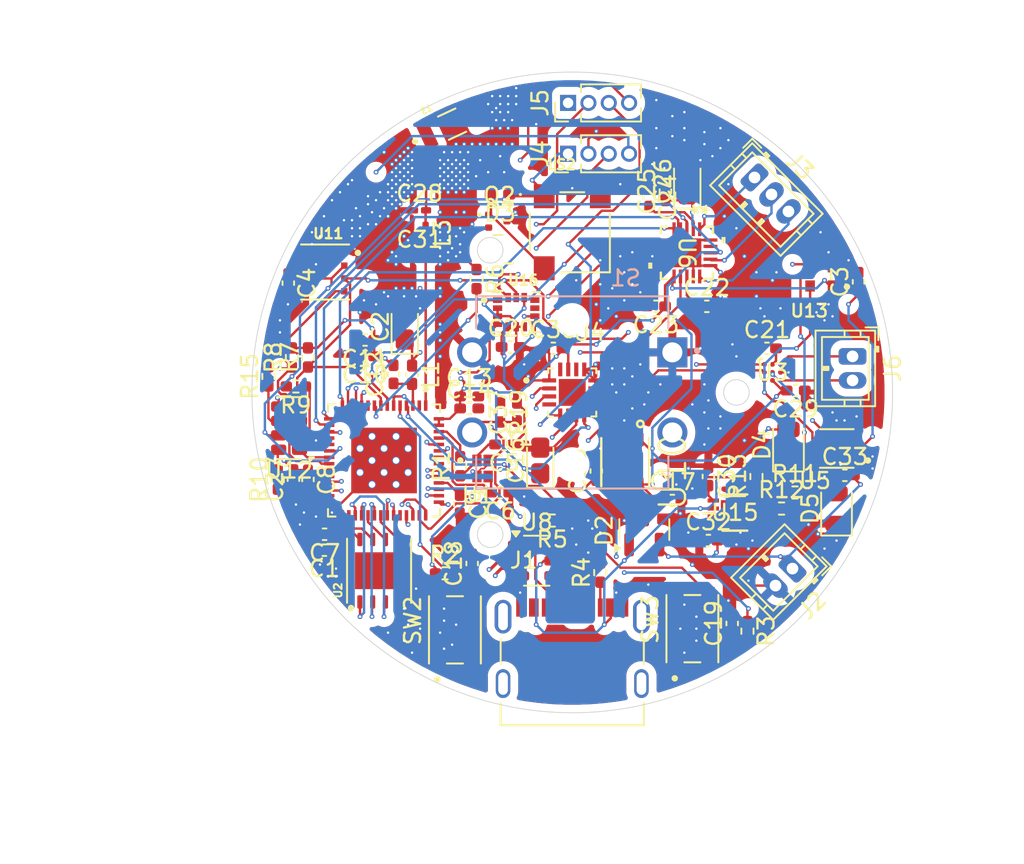
<source format=kicad_pcb>
(kicad_pcb (version 20241229) (generator "pcbnew") (generator_version "9.0")
  (layers (0 "F.Cu" signal) (4 "In1.Cu" signal) (6 "In2.Cu" signal) (2 "B.Cu" signal) (13 "F.Paste" user) (15 "B.Paste" user) (5 "F.SilkS" user "F.Silkscreen") (7 "B.SilkS" user "B.Silkscreen") (1 "F.Mask" user) (3 "B.Mask" user) (25 "Edge.Cuts" user))
  (net 0 "")
  (net 1 "Net-(U6-1.8VOUT)")
  (net 2 "VCP")
  (net 3 "Net-(D3-A)")
  (net 4 "Buzzer")
  (net 5 "SPI_WP")
  (net 6 "SPI_D")
  (net 8 "GND")
  (net 9 "VDD_SPI")
  (net 16 "SDA")
  (net 17 "SCL")
  (net 18 "WH")
  (net 19 "W")
  (net 20 "SPI_HD")
  (net 21 "SPI_CLK")
  (net 22 "SPI_Q")
  (net 23 "SPI_CS0")
  (net 24 "WL")
  (net 25 "U")
  (net 26 "DIAG")
  (net 27 "VL")
  (net 28 "VH")
  (net 29 "UH")
  (net 30 "UL")
  (net 31 "V")
  (net 32 "LNA_IN")
  (net 33 "Haptic")
  (net 34 "LED")
  (net 36 "MISO")
  (net 39 "Net-(C5-Pad2)")
  (net 40 "XTAL_N")
  (net 41 "+3.3V")
  (net 42 "XTAL_P")
  (net 43 "+3.3VA")
  (net 44 "Reset")
  (net 45 "Boot")
  (net 46 "TX")
  (net 47 "+BATT")
  (net 48 "+5VA")
  (net 49 "USB_DP1")
  (net 50 "Net-(J1-CC1_B)")
  (net 51 "USB_DN1")
  (net 52 "Net-(J1-CC1_A)")
  (net 53 "USB_DN")
  (net 54 "USB_DP")
  (net 56 "+5V")
  (net 57 "RX")
  (net 59 "Net-(D5-A)")
  (net 60 "RGB LED")
  (net 63 "USR_BUTT")
  (net 64 "nCS")
  (net 65 "nRESET")
  (net 66 "MOSI")
  (net 67 "DC")
  (net 68 "RTC")
  (net 69 "Net-(U12-VBACKUP)")
  (net 70 "BACKLIGHT_EN")
  (net 74 "Net-(C28-Pad2)")
  (net 75 "EVI")
  (net 76 "SCLK")
  (net 77 "ENCODER")
  (net 79 "Gauge")
  (net 80 "RTC_CLK")
  (net 81 "Net-(Q2-B)")
  (net 88 "Net-(U3-REG)")
  (net 89 "Net-(D4-K)")
  (net 90 "Net-(U15-STAT)")
  (net 91 "Net-(U15-PROG)")
  (net 92 "Haptic_trigg")
  (net 93 "HMN")
  (net 94 "HMP")
  (net 95 "INT1")
  (net 96 "INT2")
  (net 97 "18")
  (footprint "Connector_JST:JST_ZH_B2B-ZR_1x02_P1.50mm_Vertical" (layer "F.Cu") (at 156.25 95.75 -135)
    (property "Reference" "J2")
    (property "Value" "S2B-PH-K-SLFSN")
  )
  (footprint "MAX17048G_T10:SON50P200X200X80-9N" (layer "F.Cu") (at 159.015 88.25 180)
    (property "Reference" "U5")
    (property "Value" "MAX17048G_T10")
  )
  (footprint "Package_TO_SOT_SMD:SOT-723" (layer "F.Cu") (at 137.855 74.06)
    (property "Reference" "Q2")
    (property "Value" "NPN")
  )
  (footprint "Capacitor_SMD:C_0402_1005Metric_Pad0.74x0.62mm_HandSolder" (layer "F.Cu") (at 152.485645 99.175905 90)
    (property "Reference" "C19")
    (property "Value" "0.1 uF")
  )
  (footprint "Capacitor_SMD:C_0402_1005Metric_Pad0.74x0.62mm_HandSolder" (layer "F.Cu") (at 138.6575 81.915)
    (property "Reference" "C20")
    (property "Value" "0.1 uF")
  )
  (footprint "Capacitor_SMD:C_0402_1005Metric_Pad0.74x0.62mm_HandSolder" (layer "F.Cu") (at 135.47933 91.725644 -90)
    (property "Reference" "C9")
    (property "Value" "0.1 uF")
  )
  (footprint "Connector_PinHeader_1.27mm:PinHeader_1x04_P1.27mm_Vertical" (layer "F.Cu") (at 142.24 66.675 90)
    (property "Reference" "J5")
    (property "Value" "Conn_01x04_Pin")
  )
  (footprint "Capacitor_SMD:C_0402_1005Metric_Pad0.74x0.62mm_HandSolder" (layer "F.Cu") (at 147.305473 72.580968 -90)
    (property "Reference" "C24")
    (property "Value" "0.1 uF")
  )
  (footprint "Connector_JST:JST_ZH_B2B-ZR_1x02_P1.50mm_Vertical" (layer "F.Cu") (at 160 82.5 -90)
    (property "Reference" "J6")
    (property "Value" "Conn_01x02_Pin")
  )
  (footprint "Resistor_SMD:R_0402_1005Metric_Pad0.72x0.64mm_HandSolder" (layer "F.Cu") (at 154 90 90)
    (property "Reference" "R13")
    (property "Value" "2k")
  )
  (footprint "AMCA31_2R450G_S1F_T3:XDCR_AMCA31-2R450G-S1F-T3" (layer "F.Cu") (at 135 68 25)
    (property "Reference" "E1")
    (property "Value" "AMCA31-2R450G-S1F-T3")
  )
  (footprint "PTS810SJM250SMTR_LFS:SW_PTS810_SJM_250_SMTR_LFS" (layer "F.Cu") (at 135.175 99.575 90)
    (property "Reference" "SW2")
    (property "Value" "PTS810_SJM_250_SMTR_LFS")
  )
  (footprint "Capacitor_SMD:C_0402_1005Metric_Pad0.74x0.62mm_HandSolder" (layer "F.Cu") (at 126 90.1825 -90)
    (property "Reference" "C8")
    (property "Value" "0.1 uF")
  )
  (footprint "Resistor_SMD:R_0402_1005Metric_Pad0.72x0.64mm_HandSolder" (layer "F.Cu") (at 144.25 96 90)
    (property "Reference" "R4")
    (property "Value" "5 K")
  )
  (footprint "LP38691SD_3_3_NOPB:DFN300X300X80-7N" (layer "F.Cu") (at 145.8102 89.103 -90)
    (property "Reference" "U10")
    (property "Value" "LP38691SD-3.3")
  )
  (footprint "Capacitor_SMD:C_0402_1005Metric_Pad0.74x0.62mm_HandSolder" (layer "F.Cu") (at 160.373028 77.847005 90)
    (property "Reference" "C3")
    (property "Value" "0.1 uF")
  )
  (footprint "Capacitor_SMD:C_0402_1005Metric_Pad0.74x0.62mm_HandSolder" (layer "F.Cu") (at 136.25 95.4325 90)
    (property "Reference" "C18")
    (property "Value" "0.1 uF")
  )
  (footprint "Capacitor_SMD:C_0402_1005Metric_Pad0.74x0.62mm_HandSolder" (layer "F.Cu") (at 150.9025 79.375)
    (property "Reference" "C22")
    (property "Value" "0.1 uF")
  )
  (footprint "Capacitor_Tantalum_SMD:CP_EIA-1608-08_AVX-J_HandSolder" (layer "F.Cu") (at 140.5 89 90)
    (property "Reference" "C16")
    (property "Value" "10 uF")
  )
  (footprint "Resistor_SMD:R_0402_1005Metric_Pad0.72x0.64mm_HandSolder" (layer "F.Cu") (at 141.25 92.75 180)
    (property "Reference" "R5")
    (property "Value" "5 K")
  )
  (footprint "Package_TO_SOT_SMD:SOT-23-6" (layer "F.Cu") (at 140.281986 95.256347)
    (property "Reference" "U8")
    (property "Value" "USBLC6-2SC6" (hide yes))
  )
  (footprint "Resistor_SMD:R_0402_1005Metric_Pad0.72x0.64mm_HandSolder" (layer "F.Cu") (at 123.53129 83.750083 90)
    (property "Reference" "R15")
    (property "Value" "10 K")
  )
  (footprint "Capacitor_SMD:C_0402_1005Metric_Pad0.74x0.62mm_HandSolder" (layer "F.Cu") (at 139.048221 85.970407 90)
    (property "Reference" "C37")
    (property "Value" "0.1 uF")
  )
  (footprint "12402012E212A:AMPHENOL_12402012E212A" (layer "F.Cu") (at 142.5 102.93)
    (property "Reference" "J1")
    (property "Value" "12402012E212A")
  )
  (footprint "Capacitor_SMD:C_0402_1005Metric_Pad0.74x0.62mm_HandSolder" (layer "F.Cu") (at 138.25 88 180)
    (property "Reference" "C5")
    (property "Value" "6 pF")
  )
  (footprint "tcm6300:21-100586_K2033&plus_1C_ADI-M" (layer "F.Cu") (at 149.6568 76.034999 -90)
    (property "Reference" "U6")
    (property "Value" "TMC6300-LA-T")
  )
  (footprint "Capacitor_SMD:C_0402_1005Metric_Pad0.74x0.62mm_HandSolder" (layer "F.Cu") (at 148.317583 72.190469 90)
    (property "Reference" "C25")
    (property "Value" "0.1 uF")
  )
  (footprint "DRV2605LYZFR:YZF0009ADAD" (layer "F.Cu") (at 155 83.500001)
    (property "Reference" "U3")
    (property "Value" "DRV2605LYZFR")
  )
  (footprint "Capacitor_SMD:C_0402_1005Metric_Pad0.74x0.62mm_HandSolder" (layer "F.Cu") (at 136.0675 85)
    (property "Reference" "C13")
    (property "Value" "10 nF")
  )
  (footprint "Capacitor_SMD:C_0402_1005Metric_Pad0.74x0.62mm_HandSolder" (layer "F.Cu") (at 124.772289 77.927393 -90)
    (property "Reference" "C4")
    (property "Value" "0.1 uF")
  )
  (footprint "Capacitor_SMD:C_0402_1005Metric_Pad0.74x0.62mm_HandSolder" (layer "F.Cu") (at 131.341803 83.618265 90)
    (property "Reference" "C12")
    (property "Value" "0.1 uF")
  )
  (footprint "Resistor_SMD:R_0402_1005Metric_Pad0.72x0.64mm_HandSolder" (layer "F.Cu") (at 135.503451 89.357347 90)
    (property "Reference" "R1")
    (property "Value" "0")
  )
  (footprint "Capacitor_SMD:C_0402_1005Metric_Pad0.74x0.62mm_HandSolder" (layer "F.Cu") (at 159.520366 89.924186)
    (property "Reference" "C33")
    (property "Value" "0.1 uF")
  )
  (footprint "Capacitor_SMD:C_0402_1005Metric_Pad0.74x0.62mm_HandSolder" (layer "F.Cu") (at 136.0675 85.75)
    (property "Reference" "C14")
    (property "Value" "1 uF")
  )
  (footprint "ABM12W_40_0000MHZ_8_B1U_T3:XTAL_ABM12W-40.0000MHZ-8-B1U-T3" (layer "F.Cu") (at 136.9 89.5)
    (property "Reference" "Y1")
    (property "Value" "ABM12W-40.0000MHZ-8-B1U-T3")
  )
  (footprint "Resistor_SMD:R_0402_1005Metric_Pad0.72x0.64mm_HandSolder" (layer "F.Cu") (at 155.5675 92)
    (property "Reference" "R12")
    (property "Value" "470")
  )
  (footprint "Capacitor_SMD:C_0402_1005Metric_Pad0.74x0.62mm_HandSolder" (layer "F.Cu") (at 127.037309 93.60617 180)
    (property "Reference" "C7")
    (property "Value" "0.1 uF")
  )
  (footprint "Inductor_SMD:L_0402_1005Metric_Pad0.77x0.64mm_HandSolder" (layer "F.Cu") (at 132.5 83.64622 -90)
    (property "Reference" "L1")
    (property "Value" "2.0 nH")
  )
  (footprint "Resistor_SMD:R_0402_1005Metric_Pad0.72x0.64mm_HandSolder" (layer "F.Cu") (at 125.999997 82.567497 90)
    (property "Reference" "R7")
    (property "Value" "10 K")
  )
  (footprint "LED_SMD:LED_0805_2012Metric" (layer "F.Cu") (at 159 92 90)
    (property "Reference" "D5")
    (property "Value" "LED")
  )
  (footprint "Capacitor_Tantalum_SMD:CP_EIA-1608-08_AVX-J_HandSolder" (layer "F.Cu") (at 132.043108 80.646422 90)
    (property "Reference" "C2")
    (property "Value" "10 uF")
  )
  (footprint "Capacitor_SMD:C_0402_1005Metric_Pad0.74x0.62mm_HandSolder" (layer "F.Cu") (at 144 89.6575 90)
    (property "Reference" "C15")
    (property "Value" "1 uF")
  )
  (footprint "Capacitor_SMD:C_0402_1005Metric_Pad0.74x0.62mm_HandSolder" (layer "F.Cu") (at 156.452108 84.630651 180)
    (property "Reference" "C29")
    (property "Value" "1 uF")
  )
  (footprint "Diode_SMD:D_0402_1005Metric_Pad0.77x0.64mm_HandSolder" (layer "F.Cu") (at 137.9975 72.39 180)
    (property "Reference" "D3")
    (property "Value" "D")
  )
  (footprint "Inductor_SMD:L_0201_0603Metric_Pad0.64x0.40mm_HandSolder" (layer "F.Cu") (at 133.34422 74.814903 -90)
    (property "Reference" "L3")
    (property "Value" "3.9 nH")
  )
  (footprint "PTS810SJM250SMTR_LFS:SW_PTS810_SJM_250_SMTR_LFS" (layer "F.Cu") (at 150 99.5 90)
    (property "Reference" "SW3")
    (property "Value" "PTS810_SJM_250_SMTR_LFS")
  )
  (footprint "Resistor_SMD:R_0402_1005Metric_Pad0.72x0.64mm_HandSolder" (layer "F.Cu") (at 156.4075 91)
    (property "Reference" "R11")
    (property "Value" "220")
  )
  (footprint "Package_SON:MicroCrystal_C7_SON-8_1.5x3.2mm_P0.9mm" (layer "F.Cu") (at 124.821442 86.978788 180)
    (property "Reference" "U12")
    (property "Value" "RV-3028-C7_32.768KHZ_1PPM-TA-QC")
  )
  (footprint "Capacitor_SMD:C_0402_1005Metric_Pad0.74x0.62mm_HandSolder" (layer "F.Cu") (at 154.655 82)
    (property "Reference" "C21")
    (property "Value" "1 uF")
  )
  (footprint "LED_SMD:LED_0805_2012Metric" (layer "F.Cu") (at 156 88 90)
    (property "Reference" "D4")
    (property "Value" "LED")
  )
  (footprint "Package_TO_SOT_SMD:SOT-23" (layer "F.Cu") (at 147 93.3125 90)
    (property "Reference" "D2")
    (property "Value" "BAT54C")
  )
  (footprint "Resistor_SMD:R_0402_1005Metric_Pad0.72x0.64mm_HandSolder" (layer "F.Cu") (at 134.560217 96.041801)
    (property "Reference" "R2")
    (property "Value" "5 K")
  )
  (footprint "Resistor_SMD:R_0402_1005Metric_Pad0.72x0.64mm_HandSolder" (layer "F.Cu") (at 125 82.5675 90)
    (property "Reference" "R8")
    (property "Value" "10 K")
  )
  (footprint "Capacitor_SMD:C_0402_1005Metric_Pad0.74x0.62mm_HandSolder" (layer "F.Cu") (at 151 94)
    (property "Reference" "C32")
    (property "Value" "4.7 uF")
  )
  (footprint "Capacitor_SMD:C_0402_1005Metric_Pad0.74x0.62mm_HandSolder" (layer "F.Cu") (at 141.32 82)
    (property "Reference" "C36")
    (property "Value" "0.1 uF")
  )
  (footprint "Resistor_SMD:R_0402_1005Metric_Pad0.72x0.64mm_HandSolder" (layer "F.Cu") (at 136.525 77.6725 -90)
    (property "Reference" "R6")
    (property "Value" "5 K")
  )
  (footprint "CMT_0525_75_SMT_TR:XDCR_CMT-0525-75-SMT-TR" (layer "F.Cu") (at 142.35 74.75)
    (property "Reference" "LS2")
    (property "Value" "CMT-0525-75-SMT-TR")
  )
  (footprint "Connector_PinHeader_1.27mm:PinHeader_1x04_P1.27mm_Vertical" (layer "F.Cu") (at 142.239999 69.85 90)
    (property "Reference" "J4")
    (property "Value" "Conn_01x04_Pin")
  )
  (footprint "Capacitor_SMD:C_0402_1005Metric_Pad0.74x0.62mm_HandSolder" (layer "F.Cu") (at 129.5675 82.5 180)
    (property "Reference" "C10")
    (property "Value" "0.1 uF")
  )
  (footprint "Capacitor_SMD:C_0402_1005Metric_Pad0.74x0.62mm_HandSolder" (layer "F.Cu") (at 129.5675 81.476658 180)
    (property "Reference" "C11")
    (property "Value" "1 uF")
  )
  (footprint "Capacitor_SMD:C_0201_0603Metric_Pad0.64x0.40mm_HandSolder" (layer "F.Cu") (at 132.966323 73.382202)
    (property "Reference" "C28")
    (property "Value" "1.8 pF")
  )
  (footprint "ESP32_S3:IC_ESP32-S3" (layer "F.Cu") (at 130.75 89 -90)
    (property "Reference" "U1")
    (property "Value" "ESP32-S3")
  )
  (footprint "Resistor_SMD:R_0402_1005Metric_Pad0.72x0.64mm_HandSolder" (layer "F.Cu") (at 153.43869 99.656057 -90)
    (property "Reference" "R3")
    (property "Value" "5 K")
  )
  (footprint "Resistor_SMD:R_0402_1005Metric_Pad0.72x0.64mm_HandSolder" (layer "F.Cu") (at 124.115777 90.193346 90)
    (property "Reference" "R10")
    (property "Value" "10 K")
  )
  (footprint "Capacitor_SMD:C_0402_1005Metric_Pad0.74x0.62mm_HandSolder" (layer "F.Cu") (at 151 90 -90)
    (property "Reference" "C30")
    (property "Value" "4.7 uF")
  )
  (footprint "Resistor_SMD:R_0402_1005Metric_Pad0.72x0.64mm_HandSolder" (layer "F.Cu") (at 125.243902 84.376318 180)
    (property "Reference" "R9")
    (property "Value" "10 K")
  )
  (footprint "MX25R6435FZAIH0:SON80P400X400X60-9N" (layer "F.Cu") (at 130.439438 95.881652 90)
    (property "Reference" "U2")
    (property "Value" "MX25R6435FZAIH0")
  )
  (footprint "Capacitor_SMD:C_0402_1005Metric_Pad0.74x0.62mm_HandSolder" (layer "F.Cu") (at 125.093053 90.163988 90)
    (property "Reference" "C27")
    (property "Value" "0.1 uF")
  )
  (footprint "MCP73832T:DFN8_2x3MC_MCH-L" (layer "F.Cu") (at 152.6538 92.25)
    (property "Reference" "U15")
    (property "Value" "MCP73832T-2ACI/MC")
  )
  (footprint "LTR_329ALS_01:IC_LTR-329ALS-01" (layer "F.Cu") (at 158.05 77.505 180)
    (property "Reference" "U13")
    (property "Value" "LTR-329ALS-01")
  )
  (footprint "Capacitor_SMD:C_0402_1005Metric_Pad0.74x0.62mm_HandSolder" (layer "F.Cu") (at 127.023886 94.599427 180)
    (property "Reference" "C1")
    (property "Value" "1 uF")
  )
  (footprint "Capacitor_SMD:C_0201_0603Metric_Pad0.64x0.40mm_HandSolder" (layer "F.Cu") (at 132.977299 76.254357)
    (property "Reference" "C31")
    (property "Value" "1.5 pF")
  )
  (footprint "Resistor_SMD:R_0402_1005Metric_Pad0.72x0.64mm_HandSolder" (layer "F.Cu") (at 138 86 -90)
    (property "Reference" "R19")
    (property "Value" "5 K")
  )
  (footprint "Capacitor_SMD:C_0402_1005Metric_Pad0.74x0.62mm_HandSolder" (layer "F.Cu") (at 148.75 91.5)
    (property "Reference" "C17")
    (property "Value" "1 uF")
  )
  (footprint "LSM6DSO32TR:XDCR_LSM6DSO32TR" (layer "F.Cu") (at 139.001444 79.738942)
    (property "Reference" "U16")
    (property "Value" "LSM6DSO32TR")
  )
  (footprint "Capacitor_Tantalum_SMD:CP_EIA-1608-08_AVX-J_HandSolder" (layer "F.Cu") (at 149.680346 71.572939 90)
    (property "Reference" "C26")
    (property "Value" "22 uF")
  )
  (footprint "BME688:IC_BME688" (layer "F.Cu") (at 127.07 77.235)
    (property "Reference" "U11")
    (property "Value" "BME688")
  )
  (footprint "Connector_JST:JST_ZH_B3B-ZR_1x03_P1.50mm_Vertical" (layer "F.Cu") (at 153.87934 71.32934 -45)
    (property "Reference" "J3")
    (property "Value" "Conn_01x03_Pin")
  )
  (footprint "Capacitor_SMD:C_0402_1005Metric_Pad0.74x0.62mm_HandSolder" (layer "F.Cu") (at 147.7275 79.375 180)
    (property "Reference" "C23")
    (property "Value" "0.1 uF")
  )
  (footprint "MLX90393SLW_ABA_011_RE:QFN50P300X300X100-17N" (layer "F.Cu") (at 142.5 84.75)
    (property "Reference" "U4")
    (property "Value" "MLX90393SLW-ABA-011-RE")
  )
  (footprint "Capacitor_SMD:C_0402_1005Metric_Pad0.74x0.62mm_HandSolder" (layer "F.Cu") (at 138 91 180)
    (property "Reference" "C6")
    (property "Value" "6 pF")
  )
  (footprint "B3F_4055:SW_B3F-4055" (layer "B.Cu") (at 142.5 84.75 180)
    (property "Reference" "S1")
    (property "Value" "B3F-4055")
  )
  (gr_circle (center 137.375 75.87324) (end 138.175 75.87324) (stroke (width 0.05)) (fill no) (layer "Edge.Cuts"))
  (gr_circle (center 137.375 93.62676) (end 138.175 93.62676) (stroke (width 0.05)) (fill no) (layer "Edge.Cuts"))
  (gr_circle (center 152.75 84.75) (end 153.55 84.75) (stroke (width 0.05)) (fill no) (layer "Edge.Cuts"))
  (gr_circle (center 142.5 84.75) (end 162.5 84.75) (stroke (width 0.05)) (fill no) (layer "Edge.Cuts"))
  (segment (start 149.6568 78.6968) (end 150.335 79.375) (width 0.15) (layer "F.Cu") (net 1))
  (segment (start 149.6568 77.508199) (end 149.6568 78.6968) (width 0.15) (layer "F.Cu") (net 1))
  (segment (start 149.5 73.5) (end 150.056799 74.056799) (width 0.15) (layer "F.Cu") (net 2))
  (segment (start 150.056799 74.056799) (end 150.056799 74.561799) (width 0.15) (layer "F.Cu") (net 2))
  (segment (start 147.305473 73.148468) (end 147.657005 73.5) (width 0.15) (layer "F.Cu") (net 2))
  (segment (start 147.657005 73.5) (end 149.5 73.5) (width 0.15) (layer "F.Cu") (net 2))
  (segment (start 137.425 73.515) (end 137.28 73.66) (width 0.15) (layer "F.Cu") (net 3))
  (segment (start 137.41 73.66) (end 137.28 73.66) (width 0.15) (layer "F.Cu") (net 3))
  (segment (start 140.75 77) (end 137.41 73.66) (width 0.15) (layer "F.Cu") (net 3))
  (segment (start 137.425 72.39) (end 137.425 73.515) (width 0.15) (layer "F.Cu") (net 3))
  (segment (start 130.25 85.675) (end 130.15 85.575) (width 0.15) (layer "F.Cu") (net 4))
  (segment (start 136.525 79.725) (end 136 80.25) (width 0.15) (layer "F.Cu") (net 4))
  (segment (start 130.25 86.25) (end 130.25 85.675) (width 0.15) (layer "F.Cu") (net 4))
  (segment (start 136.525 78.27) (end 136.525 79.725) (width 0.15) (layer "F.Cu") (net 4))
  (via (at 136 80.25) (size 0.3) (drill 0.15) (layers "F.Cu" "B.Cu") (net 4))
  (via (at 130.25 86.25) (size 0.3) (drill 0.15) (layers "F.Cu" "B.Cu") (net 4))
  (segment (start 130.25 86) (end 130.25 86.25) (width 0.15) (layer "B.Cu") (net 4))
  (segment (start 136 80.25) (end 130.25 86) (width 0.15) (layer "B.Cu") (net 4))
  (segment (start 128.95 91.95) (end 128.75 91.75) (width 0.15) (layer "F.Cu") (net 5))
  (segment (start 130.75 98.75) (end 130.75 97.92109) (width 0.15) (layer "F.Cu") (net 5))
  (segment (start 130.75 97.92109) (end 130.839438 97.831652) (width 0.15) (layer "F.Cu") (net 5))
  (segment (start 128.95 92.425) (end 128.95 91.95) (width 0.15) (layer "F.Cu") (net 5))
  (via (at 128.75 91.75) (size 0.3) (drill 0.15) (layers "F.Cu" "B.Cu") (net 5))
  (via (at 130.75 98.75) (size 0.3) (drill 0.15) (layers "F.Cu" "B.Cu") (net 5))
  (segment (start 130.5 91.5) (end 130.75 91.75) (width 0.15) (layer "B.Cu") (net 5))
  (segment (start 130.25 91.25) (end 130.5 91.5) (width 0.15) (layer "B.Cu") (net 5))
  (segment (start 129.75 91.25) (end 130.25 91.25) (width 0.15) (layer "B.Cu") (net 5))
  (segment (start 128.75 91.75) (end 129.25 91.25) (width 0.15) (layer "B.Cu") (net 5))
  (segment (start 130.75 91.75) (end 130.75 98.75) (width 0.15) (layer "B.Cu") (net 5))
  (segment (start 129.25 91.25) (end 129.75 91.25) (width 0.15) (layer "B.Cu") (net 5))
  (segment (start 130.55 92.842214) (end 130.55 92.425) (width 0.15) (layer "F.Cu") (net 6))
  (segment (start 131.639438 93.931652) (end 130.55 92.842214) (width 0.15) (layer "F.Cu") (net 6))
  (segment (start 150.4325 94) (end 150.25 94) (width 0.15) (layer "F.Cu") (net 8))
  (segment (start 138.5675 91) (end 139.25 91) (width 0.15) (layer "F.Cu") (net 8))
  (segment (start 129 81.476658) (end 129 82.5) (width 0.15) (layer "F.Cu") (net 8))
  (segment (start 148.925 101.575) (end 149.5 101) (width 0.15) (layer "F.Cu") (net 8))
  (segment (start 159.765 89) (end 160 89) (width 0.15) (layer "F.Cu") (net 8))
  (segment (start 159.5 89) (end 159.25 89.25) (width 0.15) (layer "F.Cu") (net 8))
  (segment (start 144.1525 95.4025) (end 143.5 94.75) (width 0.15) (layer "F.Cu") (net 8))
  (segment (start 139.225 82.725) (end 139.5 83) (width 0.15) (layer "F.Cu") (net 8))
  (segment (start 150.456801 75.234998) (end 151.13 75.234998) (width 0.15) (layer "F.Cu") (net 8))
  (segment (start 158.765 88) (end 159.015 88.25) (width 0.15) (layer "F.Cu") (net 8))
  (segment (start 152.6538 92.25) (end 152.6538 93.1538) (width 0.15) (layer "F.Cu") (net 8))
  (segment (start 123.53129 83.152583) (end 123.53129 82.46871) (width 0.15) (layer "F.Cu") (net 8))
  (segment (start 148.317583 70.817583) (end 148.25 70.75) (width 0.15) (layer "F.Cu") (net 8))
  (segment (start 151.13 76.835) (end 151.335 76.835) (width 0.15) (layer "F.Cu") (net 8))
  (segment (start 136.55 89.958666) (end 136.286334 89.695) (width 0.15) (layer "F.Cu") (net 8))
  (segment (start 160 89) (end 159.5 89) (width 0.15) (layer "F.Cu") (net 8))
  (segment (start 157.019608 84.630651) (end 157.019608 84.769608) (width 0.15) (layer "F.Cu") (net 8))
  (segment (start 139.3 98.18) (end 139.3 97.3) (width 0.15) (layer "F.Cu") (net 8))
  (segment (start 137.838944 79.988942) (end 137.838944 79.488942) (width 0.156464) (layer "F.Cu") (net 8))
  (segment (start 139.001444 80.651442) (end 139.001444 80.376942) (width 0.15) (layer "F.Cu") (net 8))
  (segment (start 141.8475 92.75) (end 142 92.75) (width 0.15) (layer "F.Cu") (net 8))
  (segment (start 158.952866 89.924186) (end 158.325814 89.924186) (width 0.15) (layer "F.Cu") (net 8))
  (segment (start 145.810199 87.706) (end 145.810199 86.560199) (width 0.15) (layer "F.Cu") (net 8))
  (segment (start 131.341803 83.050765) (end 131.245765 83.050765) (width 0.15) (layer "F.Cu") (net 8))
  (segment (start 153.810661 96.810661) (end 153.5 96.5) (width 0.15) (layer "F.Cu") (net 8))
  (segment (start 152.485645 97.985645) (end 152.25 97.75) (width 0.15) (layer "F.Cu") (net 8))
  (segment (start 147.16 78.91) (end 146.75 78.5) (width 0.15) (layer "F.Cu") (net 8))
  (segment (start 147.684998 76.434998) (end 147.5 76.25) (width 0.15) (layer "F.Cu") (net 8))
  (segment (start 126.456386 93.619593) (end 126.469809 93.60617) (width 0.15) (layer "F.Cu") (net 8))
  (segment (start 136.821 89.504) (end 136.986 89.504) (width 0.1) (layer "F.Cu") (net 8))
  (segment (start 150.456801 76.835) (end 151.13 76.835) (width 0.15) (layer "F.Cu") (net 8))
  (segment (start 139.25 91) (end 139.5 91.25) (width 0.15) (layer "F.Cu") (net 8))
  (segment (start 142 92.75) (end 142.5 93.25) (width 0.15) (layer "F.Cu") (net 8))
  (segment (start 148.925 97.425) (end 149.5 98) (width 0.15) (layer "F.Cu") (net 8))
  (segment (start 151.335 76.835) (end 151.75 77.25) (width 0.15) (layer "F.Cu") (net 8))
  (segment (start 139.514221 85.868907) (end 139.048221 85.402907) (width 0.15) (layer "F.Cu") (net 8))
  (segment (start 148.75 82.25) (end 150.25 82.25) (width 0.15) (layer "F.Cu") (net 8))
  (segment (start 145.7 98.18) (end 145.7 97.7) (width 0.15) (layer "F.Cu") (net 8))
  (segment (start 158.03 88) (end 158.765 88) (width 0.15) (layer "F.Cu") (net 8))
  (segment (start 157.019608 84.769608) (end 157.5 85.25) (width 0.15) (layer "F.Cu") (net 8))
  (segment (start 158.75 76.905) (end 158.75 76.25) (width 0.15) (layer "F.Cu") (net 8))
  (segment (start 149.680346 70.770439) (end 149.979561 70.770439) (width 0.15) (layer "F.Cu") (net 8))
  (segment (start 152.9038 92.5) (end 152.6538 92.25) (width 0.15) (layer "F.Cu") (net 8))
  (segment (start 139.001444 81.691444) (end 139.225 81.915) (width 0.15) (layer "F.Cu") (net 8))
  (segment (start 125.093053 90.731488) (end 125.093053 91.593053) (width 0.15) (layer "F.Cu") (net 8))
  (segment (start 148.1836 76.434998) (end 147.684998 76.434998) (width 0.15) (layer "F.Cu") (net 8))
  (segment (start 141.065 82.3125) (end 140.7525 82) (width 0.15) (layer "F.Cu") (net 8))
  (segment (start 124.115777 90.790846) (end 125.033695 90.790846) (width 0.15) (layer "F.Cu") (net 8))
  (segment (start 139.015 88.1975) (end 138.8175 88) (width 0.15) (layer "F.Cu") (net 8))
  (segment (start 144 89.09) (end 144 88.5) (width 0.15) (layer "F.Cu") (net 8))
  (segment (start 143.935 84.5) (end 143.935 84) (width 0.15) (layer "F.Cu") (net 8))
  (segment (start 143.51 69.85) (end 143.51 68.935) (width 0.15) (layer "F.Cu") (net 8))
  (segment (start 126.456386 95.206386) (end 126.75 95.5) (width 0.15) (layer "F.Cu") (net 8))
  (segment (start 143.51 68.935) (end 144 68.445) (width 0.15) (layer "F.Cu") (net 8))
  (segment (start 123.53129 82.46871) (end 123.75 82.25) (width 0.15) (layer "F.Cu") (net 8))
  (segment (start 136.55 90) (end 136.55 89.958666) (width 0.15) (layer "F.Cu") (net 8))
  (segment (start 144.25 95.4025) (end 144.1525 95.4025) (width 0.15) (layer "F.Cu") (net 8))
  (segment (start 151.47 79.03) (end 151.75 78.75) (width 0.15) (layer "F.Cu") (net 8))
  (segment (start 140.5 88.1975) (end 139.015 88.1975) (width 0.15) (layer "F.Cu") (net 8))
  (segment (start 125.111565 90.75) (end 125.093053 90.731488) (width 0.15) (layer "F.Cu") (net 8))
  (segment (start 142.75 86.765) (end 141.3175 88.1975) (width 0.15) (layer "F.Cu") (net 8))
  (segment (start 140.7525 82) (end 139.31 82) (width 0.15) (layer "F.Cu") (net 8))
  (segment (start 135.528866 94.865) (end 135.316321 94.652455) (width 0.15) (layer "F.Cu") (net 8))
  (segment (start 136.55 89.775) (end 136.821 89.504) (width 0.1) (layer "F.Cu") (net 8))
  (segment (start 141.065 84) (end 140 84) (width 0.15) (layer "F.Cu") (net 8))
  (segment (start 125.812121 78.377121) (end 125.87 78.435) (width 0.15) (layer "F.Cu") (net 8))
  (segment (start 134.1 97.85) (end 134.5 98.25) (width 0.15) (layer "F.Cu") (net 8))
  (segment (start 127.5 92.25) (end 126.469809 93.280191) (width 0.15) (layer "F.Cu") (net 8))
  (segment (start 131.639438 97.889438) (end 132 98.25) (width 0.15) (layer "F.Cu") (net 8))
  (segment (start 140 84) (end 139.75 83.75) (width 0.15) (layer "F.Cu") (net 8))
  (segment (start 150.25 94) (end 149.75 93.5) (width 0.15) (layer "F.Cu") (net 8))
  (segment (start 142.75 86.185) (end 142.75 86.765) (width 0.15) (layer "F.Cu") (net 8))
  (segment (start 143.935 84) (end 143.25 83.315) (width 0.15) (layer "F.Cu") (net 8))
  (segment (start 134.1 97.5) (end 134.1 97.85) (width 0.15) (layer "F.Cu") (net 8))
  (segment (start 138.43 74.06) (end 138.43 74.015) (width 0.15) (layer "F.Cu") (net 8))
  (segment (start 131.639438 97.831652) (end 131.639438 97.889438) (width 0.15) (layer "F.Cu") (net 8))
  (segment (start 125.033695 90.790846) (end 125.093053 90.731488) (width 0.15) (layer "F.Cu") (net 8))
  (segment (start 134.1 101.15) (end 134.5 100.75) (width 0.15) (layer "F.Cu") (net 8))
  (segment (start 129 82.5) (end 128.555 82.5) (width 0.15) (layer "F.Cu") (net 8))
  (segment (start 139.31 82) (end 139.225 81.915) (width 0.15) (layer "F.Cu") (net 8))
  (segment (start 154 92.5) (end 152.9038 92.5) (width 0.15) (layer "F.Cu") (net 8))
  (segment (start 138.43 74.015) (end 138.945 73.5) (width 0.15) (layer "F.Cu") (net 8))
  (segment (start 145.810199 86.560199) (end 145.75 86.5) (width 0.15) (layer "F.Cu") (net 8))
  (segment (start 131.245765 83.050765) (end 130.813168 82.618168) (width 0.15) (layer "F.Cu") (net 8))
  (segment (start 126 90.75) (end 125.111565 90.75) (width 0.15) (layer "F.Cu") (net 8))
  (segment (start 126.469809 93.280191) (end 126.469809 93.60617) (width 0.15) (layer "F.Cu") (net 8))
  (segment (start 148.1836 76.034999) (end 149.6568 76.034999) (width 0.15) (layer "F.Cu") (net 8))
  (segment (start 139.225 81.915) (end 139.225 82.725) (width 0.15) (layer "F.Cu") (net 8))
  (segment (start 158.346832 93.590668) (end 157.840668 93.590668) (width 0.2) (layer "F.Cu") (net 8))
  (segment (start 158.75 76.25) (end 158.5 76) (width 0.15) (layer "F.Cu") (net 8))
  (segment (start 139.501444 80.651442) (end 139.001444 80.651442) (width 0.15) (layer "F.Cu") (net 8))
  (segment (start 138.613444 79.988942) (end 137.838944 79.988942) (width 0.15) (layer "F.Cu") (net 8))
  (segment (start 124.171442 85.628788) (end 124.171442 85.171442) (width 0.15) (layer "F.Cu") (net 8))
  (segment (start 139.144486 95.256347) (end 139.493653 95.256347) (width 0.15) (layer "F.Cu") (net 8))
  (segment (start 134.1 101.65) (end 134.1 101.15) (width 0.15) (layer "F.Cu") (net 8))
  (segment (start 124.593591 79.093591) (end 124.75 79.25) (width 0.15) (layer "F.Cu") (net 8))
  (segment (start 159 92.9375) (end 158.346832 93.590668) (width 0.2) (layer "F.Cu") (net 8))
  (segment (start 126.456386 94.599427) (end 126.456386 93.619593) (width 0.15) (layer "F.Cu") (net 8))
  (segment (start 151.47 79.375) (end 151.47 79.03) (width 0.15) (layer "F.Cu") (net 8))
  (segment (start 149.979561 70.770439) (end 150.5 70.25) (width 0.15) (layer "F.Cu") (net 8))
  (segment (start 145.7 97.7) (end 145.25 97.25) (width 0.15) (layer "F.Cu") (net 8))
  (segment (start 149.6568 76.034999) (end 150.056799 76.434998) (width 0.15) (layer "F.Cu") (net 8))
  (segment (start 149.6568 76.034999) (end 150.456801 76.835) (width 0.15) (layer "F.Cu") (net 8))
  (segment (start 159.75 76.656477) (end 159.75 76.5) (width 0.15) (layer "F.Cu") (net 8))
  (segment (start 136.25 94.865) (end 135.528866 94.865) (width 0.15) (layer "F.Cu") (net 8))
  (segment (start 124.171442 85.171442) (end 124.091918 85.091918) (width 0.15) (layer "F.Cu") (net 8))
  (segment (start 136.986 89.504) (end 137.25 89.24) (width 0.1) (layer "F.Cu") (net 8))
  (segment (start 141.065 84) (end 141.065 82.3125) (width 0.15) (layer "F.Cu") (net 8))
  (segment (start 130.75 89) (end 127.5 92.25) (width 0.15) (layer "F.Cu") (net 8))
  (segment (start 141.3175 88.1975) (end 140.5 88.1975) (width 0.15) (layer "F.Cu") (net 8))
  (segment (start 152.485645 98.608405) (end 152.485645 97.985645) (width 0.15) (layer "F.Cu") (net 8))
  (segment (start 125.093053 91.593053) (end 125.25 91.75) (width 0.15) (layer "F.Cu") (net 8))
  (segment (start 150.056799 76.434998) (end 150.056799 77.508199) (width 0.15) (layer "F.Cu") (net 8))
  (segment (start 138.8175 88) (end 139.514221 87.303279) (width 0.15) (layer "F.Cu") (net 8))
  (segment (start 149.6568 76.034999) (end 150.456801 75.234998) (width 0.15) (layer "F.Cu") (net 8))
  (segment (start 149.3175 91.5) (end 149.3175 92.2375) (width 0.15) (layer "F.Cu") (net 8))
  (segment (start 150.25 82.25) (end 150.5 82) (width 0.15) (layer "F.Cu") (net 8))
  (segment (start 126.415 76.835) (end 126.5 76.75) (width 0.15) (layer "F.Cu") (net 8))
  (segment (start 147.16 79.375) (end 147.16 78.91) (width 0.15) (layer "F.Cu") (net 8))
  (segment (start 149.3175 92.2375) (end 149.25 92.305) (width 0.15) (layer "F.Cu") (net 8))
  (segment (start 143.641 83.315) (end 143.956 83) (width 0.15) (layer "F.Cu") (net 8))
  (segment (start 125.87 76.835) (end 126.415 76.835) (width 0.15) (layer "F.Cu") (net 8))
  (segment (start 148.1836 76.434998) (end 148.1836 76.034999) (width 0.15) (layer "F.Cu") (net 8))
  (segment (start 152.6538 93.1538) (end 153 93.5) (width 0.15) (layer "F.Cu") (net 8))
  (segment (start 158.325814 89.924186) (end 158.25 90) (width 0.15) (layer "F.Cu") (net 8))
  (segment (start 126.456386 94.599427) (end 126.456386 95.206386) (width 0.15) (layer "F.Cu") (net 8))
  (segment (start 160.373028 77.279505) (end 159.75 76.656477) (width 0.15) (layer "F.Cu") (net 8))
  (segment (start 139.001444 80.651442) (end 139.001444 81.691444) (width 0.15) (layer "F.Cu") (net 8))
  (segment (start 124.593591 78.377121) (end 124.593591 79.093591) (width 0.15) (layer "F.Cu") (net 8))
  (segment (start 137.25 89.24) (end 137.25 89) (width 0.1) (layer "F.Cu") (net 8))
  (segment (start 139.001444 80.376942) (end 138.613444 79.988942) (width 0.15) (layer "F.Cu") (net 8))
  (segment (start 128.555 82.5) (end 128.305 82.25) (width 0.15) (layer "F.Cu") (net 8))
  (segment (start 144 88.5) (end 144.25 88.25) (width 0.15) (layer "F.Cu") (net 8))
  (segment (start 136.55 90) (end 136.55 89.775) (width 0.1) (layer "F.Cu") (net 8))
  (segment (start 139.514221 87.303279) (end 139.514221 85.868907) (width 0.15) (layer "F.Cu") (net 8))
  (segment (start 139.493653 95.256347) (end 139.75 95) (width 0.15) (layer "F.Cu") (net 8))
  (segment (start 155.499999 83.500001) (end 156 83.5) (width 0.15) (layer "F.Cu") (net 8))
  (segment (start 143.25 83.315) (end 143.641 83.315) (width 0.15) (layer "F.Cu") (net 8))
  (segment (start 155.189341 96.810661) (end 153.810661 96.810661) (width 0.15) (layer "F.Cu") (net 8))
  (segment (start 139.3 97.3) (end 139.25 97.25) (width 0.15) (layer "F.Cu") (net 8))
  (segment (start 159.015 88.25) (end 159.765 89) (width 0.15) (layer "F.Cu") (net 8))
  (segment (start 148.317583 71.622969) (end 148.317583 70.817583) (width 0.15) (layer "F.Cu") (net 8))
  (segment (start 124.593591 78.377121) (end 125.812121 78.377121) (width 0.15) (layer "F.Cu") (net 8))
  (via (at 126.25 74.75) (size 0.3) (drill 0.15) (layers "F.Cu" "B.Cu") (net 8))
  (via (at 132 72.75) (size 0.3) (drill 0.15) (layers "F.Cu" "B.Cu") (net 8))
  (via (at 158 79.25) (size 0.3) (drill 0.15) (layers "F.Cu" "B.Cu") (net 8))
  (via (at 138 68.25) (size 0.3) (drill 0.15) (layers "F.Cu" "B.Cu") (net 8))
  (via (at 135 69.75) (size 0.3) (drill 0.15) (layers "F.Cu" "B.Cu") (net 8))
  (via (at 150 95.5) (size 0.3) (drill 0.15) (layers "F.Cu" "B.Cu") (net 8))
  (via (at 134.5 99) (size 0.3) (drill 0.15) (layers "F.Cu" "B.Cu") (net 8))
  (via (at 134.25 72.25) (size 0.3) (drill 0.15) (layers "F.Cu" "B.Cu") (net 8))
  (via (at 132.25 72) (size 0.3) (drill 0.15) (layers "F.Cu" "B.Cu") (net 8))
  (via (at 143.5 94.75) (size 0.3) (drill 0.15) (layers "F.Cu" "B.Cu") (net 8))
  (via (at 151.75 86.25) (size 0.3) (drill 0.15) (layers "F.Cu" "B.Cu") (net 8))
  (via (at 150.75 86) (size 0.3) (drill 0.15) (layers "F.Cu" "B.Cu") (net 8))
  (via (at 134.25 81) (size 0.3) (drill 0.15) (layers "F.Cu" "B.Cu") (net 8))
  (via (at 139.5 83) (size 0.3) (drill 0.15) (layers "F.Cu" "B.Cu") (net 8))
  (via (at 132.25 69.5) (size 0.3) (drill 0.15) (layers "F.Cu" "B.Cu") (net 8))
  (via (at 134.5 98.25) (size 0.3) (drill 0.15) (layers "F.Cu" "B.Cu") (net 8))
  (via (at 158.5 79.25) (size 0.3) (drill 0.15) (layers "F.Cu" "B.Cu") (net 8))
  (via (at 149.5 68.25) (size 0.3) (drill 0.15) (layers "F.Cu" "B.Cu") (net 8))
  (via (at 150 85.5) (size 0.3) (drill 0.15) (layers "F.Cu" "B.Cu") (net 8))
  (via (at 159 86.5) (size 0.3) (drill 0.15) (layers "F.Cu" "B.Cu") (net 8))
  (via (at 135.25 71.75) (size 0.3) (drill 0.15) (layers "F.Cu" "B.Cu") (net 8))
  (via (at 134.25 74.25) (size 0.3) (drill 0.15) (layers "F.Cu" "B.Cu") (net 8))
  (via (at 132.25 70.5) (size 0.3) (drill 0.15) (layers "F.Cu" "B.Cu") (net 8))
  (via (at 144.75 79.5) (size 0.3) (drill 0.15) (layers "F.Cu" "B.Cu") (net 8))
  (via (at 158.25 80.25) (size 0.3) (drill 0.15) (layers "F.Cu" "B.Cu") (net 8))
  (via (at 129.75 74.25) (size 0.3) (drill 0.15) (layers "F.Cu" "B.Cu") (net 8))
  (via (at 149.5 101) (size 0.3) (drill 0.15) (layers "F.Cu" "B.Cu") (net 8))
  (via (at 144.5 92.75) (size 0.3) (drill 0.15) (layers "F.Cu" "B.Cu") (net 8))
  (via (at 131 72.75) (size 0.3) (drill 0.15) (layers "F.Cu" "B.Cu") (net 8))
  (via (at 145.25 80) (size 0.3) (drill 0.15) (layers "F.Cu" "B.Cu") (net 8))
  (via (at 131.5 72.75) (size 0.3) (drill 0.15) (layers "F.Cu" "B.Cu") (net 8))
  (via (at 132.75 78.75) (size 0.3) (drill 0.15) (layers "F.Cu" "B.Cu") (net 8))
  (via (at 144 79.25) (size 0.3) (drill 0.15) (layers "F.Cu" "B.Cu") (net 8))
  (via (at 126.75 75) (size 0.3) (drill 0.15) (layers "F.Cu" "B.Cu") (net 8))
  (via (at 152.25 69) (size 0.3) (drill 0.15) (layers "F.Cu" "B.Cu") (net 8))
  (via (at 135.25 69.25) (size 0.3) (drill 0.15) (layers "F.Cu" "B.Cu") (net 8))
  (via (at 159.75 76.5) (size 0.3) (drill 0.15) (layers "F.Cu" "B.Cu") (net 8))
  (via (at 150.25 98.75) (size 0.3) (drill 0.15) (layers "F.Cu" "B.Cu") (net 8))
  (via (at 131.75 72) (size 0.3) (drill 0.15) (layers "F.Cu" "B.Cu") (net 8))
  (via (at 145 83.25) (size 0.3) (drill 0.15) (layers "F.Cu" "B.Cu") (net 8))
  (via (at 154 77.25) (size 0.3) (drill 0.15) (layers "F.Cu" "B.Cu") (net 8))
  (via (at 134.25 70.25) (size 0.3) (drill 0.15) (layers "F.Cu" "B.Cu") (net 8))
  (via (at 147.75 66.5) (size 0.3) (drill 0.15) (layers "F.Cu" "B.Cu") (net 8))
  (via (at 134.5 71.5) (size 0.3) (drill 0.15) (layers "F.Cu" "B.Cu") (net 8))
  (via (at 148.75 68.75) (size 0.3) (drill 0.15) (layers "F.Cu" "B.Cu") (net 8))
  (via (at 133 99.5) (size 0.3) (drill 0.15) (layers "F.Cu" "B.Cu") (net 8))
  (via (at 143.956 83) (size 0.3) (drill 0.15) (layers "F.Cu" "B.Cu") (net 8))
  (via (at 128.5 71.75) (size 0.3) (drill 0.15) (layers "F.Cu" "B.Cu") (net 8))
  (via (at 142.5 93.25) (size 0.3) (drill 0.15) (layers "F.Cu" "B.Cu") (net 8))
  (via (at 138.75 67.75) (size 0.3) (drill 0.15) (layers "F.Cu" "B.Cu") (net 8))
  (via (at 145.75 86.5) (size 0.3) (drill 0.15) (layers "F.Cu" "B.Cu") (net 8))
  (via (at 134.75 76) (size 0.3) (drill 0.15) (layers "F.Cu" "B.Cu") (net 8))
  (via (at 144 68.445) (size 0.3) (drill 0.15) (layers "F.Cu" "B.Cu") (net 8))
  (via (at 146.25 83.75) (size 0.3) (drill 0.15) (layers "F.Cu" "B.Cu") (net 8))
  (via (at 136.75 70.25) (size 0.3) (drill 0.15) (layers "F.Cu" "B.Cu") (net 8))
  (via (at 130 73.5) (size 0.3) (drill 0.15) (layers "F.Cu" "B.Cu") (net 8))
  (via (at 134.25 82.5) (size 0.3) (drill 0.15) (layers "F.Cu" "B.Cu") (net 8))
  (via (at 131.5 72.25) (size 0.3) (drill 0.15) (layers "F.Cu" "B.Cu") (net 8))
  (via (at 135.25 75) (size 0.3) (drill 0.15) (layers "F.Cu" "B.Cu") (net 8))
  (via (at 134.75 70.25) (size 0.3) (drill 0.15) (layers "F.Cu" "B.Cu") (net 8))
  (via (at 135 70.5) (size 0.3) (drill 0.15) (layers "F.Cu" "B.Cu") (net 8))
  (via (at 132.5 101) (size 0.3) (drill 0.15) (layers "F.Cu" "B.Cu") (net 8))
  (via (at 135.75 70.25) (size 0.3) (drill 0.15) (layers "F.Cu" "B.Cu") (net 8))
  (via (at 151.75 78.75) (size 0.3) (drill 0.15) (layers "F.Cu" "B.Cu") (net 8))
  (via (at 152.25 97.75) (size 0.3) (drill 0.15) (layers "F.Cu" "B.Cu") (net 8))
  (via (at 157.25 93) (size 0.3) (drill 0.15) (layers "F.Cu" "B.Cu") (net 8))
  (via (at 130.75 73.25) (size 0.3) (drill 0.15) (layers "F.Cu" "B.Cu") (net 8))
  (via (at 129.25 74.5) (size 0.3) (drill 0.15) (layers "F.Cu" "B.Cu") (net 8))
  (via (at 126.25 75.5) (size 0.3) (drill 0.15) (layers "F.Cu" "B.Cu") (net 8))
  (via (at 149.5 69) (size 0.3) (drill 0.15) (layers "F.Cu" "B.Cu") (net 8))
  (via (at 131.25 76) (size 0.3) (drill 0.15) (layers "F.Cu" "B.Cu") (net 8))
  (via (at 152.75 94.25) (size 0.3) (drill 0.15) (layers "F.Cu" "B.Cu") (net 8))
  (via (at 131.25 72) (size 0.3) (drill 0.15) (layers "F.Cu" "B.Cu") (net 8))
  (via (at 137.75 67) (size 0.3) (drill 0.15) (layers "F.Cu" "B.Cu") (net 8))
  (via (at 132 75) (size 0.3) (drill 0.15) (layers "F.Cu" "B.Cu") (net 8))
  (via (at 150.75 68.5) (size 0.3) (drill 0.15) (layers "F.Cu" "B.Cu") (net 8))
  (via (at 148.25 70.75) (size 0.3) (drill 0.15) (layers "F.Cu" "B.Cu") (net 8))
  (via (at 149.25 99.5) (size 0.3) (drill 0.15) (layers "F.Cu" "B.Cu") (net 8))
  (via (at 153.5 94.5) (size 0.3) (drill 0.15) (layers "F.Cu" "B.Cu") (net 8))
  (via (at 144.25 76.5) (size 0.3) (drill 0.15) (layers "F.Cu" "B.Cu") (net 8))
  (via (at 131.75 71) (size 0.3) (drill 0.15) (layers "F.Cu" "B.Cu") (net 8))
  (via (at 158.75 80) (size 0.3) (drill 0.15) (layers "F.Cu" "B.Cu") (net 8))
  (via (at 131.5 78.25) (size 0.3) (drill 0.15) (layers "F.Cu" "B.Cu") (net 8))
  (via (at 136.286334 89.695) (size 0.3) (drill 0.15) (layers "F.Cu" "B.Cu") (net 8))
  (via (at 159 94) (size 0.3) (drill 0.15) (layers "F.Cu" "B.Cu") (net 8))
  (via (at 135.75 71.75) (size 0.3) (drill 0.15) (layers "F.Cu" "B.Cu") (net 8))
  (via (at 137.25 71) (size 0.3) (drill 0.15) (layers "F.Cu" "B.Cu") (net 8))
  (via (at 129.5 79) (size 0.3) (drill 0.15) (layers "F.Cu" "B.Cu") (net 8))
  (via (at 135.75 74.75) (size 0.3) (drill 0.15) (layers "F.Cu" "B.Cu") (net 8))
  (via (at 142.75 94.25) (size 0.3) (drill 0.15) (layers "F.Cu" "B.Cu") (net 8))
  (via (at 135 75.75) (size 0.3) (drill 0.15) (layers "F.Cu" "B.Cu") (net 8))
  (via (at 143.5 92.75) (size 0.3) (drill 0.15) (layers "F.Cu" "B.Cu") (net 8))
  (via (at 150.25 100.25) (size 0.3) (drill 0.15) (layers "F.Cu" "B.Cu") (net 8))
  (via (at 150.5 82) (size 0.3) (drill 0.15) (layers "F.Cu" "B.Cu") (net 8))
  (via (at 154 78.75) (size 0.3) (drill 0.15) (layers "F.Cu" "B.Cu") (net 8))
  (via (at 138.945 73.5) (size 0.3) (drill 0.15) (layers "F.Cu" "B.Cu") (net 8))
  (via (at 146.75 78.5) (size 0.3) (drill 0.15) (layers "F.Cu" "B.Cu") (net 8))
  (via (at 130.5 73.75) (size 0.3) (drill 0.15) (layers "F.Cu" "B.Cu") (net 8))
  (via (at 157.75 79.75) (size 0.3) (drill 0.15) (layers "F.Cu" "B.Cu") (net 8))
  (via (at 125.5 93) (size 0.3) (drill 0.15) (layers "F.Cu" "B.Cu") (net 8))
  (via (at 132.5 71.75) (size 0.3) (drill 0.15) (layers "F.Cu" "B.Cu") (net 8))
  (via (at 124.25 80.25) (size 0.3) (drill 0.15) (layers "F.Cu" "B.Cu") (net 8))
  (via (at 135.25 71.25) (size 0.3) (drill 0.15) (layers "F.Cu" "B.Cu") (net 8))
  (via (at 158.25 94.5) (size 0.3) (drill 0.15) (layers "F.Cu" "B.Cu") (net 8))
  (via (at 134.25 99.75) (size 0.3) (drill 0.15) (layers "F.Cu" "B.Cu") (net 8))
  (via (at 150 90.75) (size 0.3) (drill 0.15) (layers "F.Cu" "B.Cu") (net 8))
  (via (at 151.75 69.5) (size 0.3) (drill 0.15) (layers "F.Cu" "B.Cu") (net 8))
  (via (at 147 85.5) (size 0.3) (drill 0.15) (layers "F.Cu" "B.Cu") (net 8))
  (via (at 130.25 79.25) (size 0.3) (drill 0.15) (layers "F.Cu" "B.Cu") (net 8))
  (via (at 132.5 69.75) (size 0.3) (drill 0.15) (layers "F.Cu" "B.Cu") (net 8))
  (via (at 133 79.5) (size 0.3) (drill 0.15) (layers "F.Cu" "B.Cu") (net 8))
  (via (at 138 70) (size 0.3) (drill 0.15) (layers "F.Cu" "B.Cu") (net 8))
  (via (at 138 66.25) (size 0.3) (drill 0.15) (layers "F.Cu" "B.Cu") (net 8))
  (via (at 145.25 97.25) (size 0.3) (drill 0.15) (layers "F.Cu" "B.Cu") (net 8))
  (via (at 137.75 69.25) (size 0.3) (drill 0.15) (layers "F.Cu" "B.Cu") (net 8))
  (via (at 134.25 76.25) (size 0.3) (drill 0.15) (layers "F.Cu" "B.Cu") (net 8))
  (via (at 132 98.25) (size 0.3) (drill 0.15) (layers "F.Cu" "B.Cu") (net 8))
  (via (at 139 66.75) (size 0.3) (drill 0.15) (layers "F.Cu" "B.Cu") (net 8))
  (via (at 134.75 76.5) (size 0.3) (drill 0.15) (layers "F.Cu" "B.Cu") (net 8))
  (via (at 137.75 67.75) (size 0.3) (drill 0.15) (layers "F.Cu" "B.Cu") (net 8))
  (via (at 135.75 72.25) (size 0.3) (drill 0.15) (layers "F.Cu" "B.Cu") (net 8))
  (via (at 134.25 78.25) (size 0.3) (drill 0.15) (layers "F.Cu" "B.Cu") (net 8))
  (via (at 134.5 100.75) (size 0.3) (drill 0.15) (layers "F.Cu" "B.Cu") (net 8))
  (via (at 136 71) (size 0.3) (drill 0.15) (layers "F.Cu" "B.Cu") (net 8))
  (via (at 134.25 74.75) (size 0.3) (drill 0.15) (layers "F.Cu" "B.Cu") (net 8))
  (via (at 128.75 74.5) (size 0.3) (drill 0.15) (layers "F.Cu" "B.Cu") (net 8))
  (via (at 129.25 79.75) (size 0.3) (drill 0.15) (layers "F.Cu" "B.Cu") (net 8))
  (via (at 150.25 99.5) (size 0.3) (drill 0.15) (layers "F.Cu" "B.Cu") (net 8))
  (via (at 132.25 71.5) (size 0.3) (drill 0.15) (layers "F.Cu" "B.Cu") (net 8))
  (via (at 132.25 71) (size 0.3) (drill 0.15) (layers "F.Cu" "B.Cu") (net 8))
  (via (at 158.25 90) (size 0.3) (drill 0.15) (layers "F.Cu" "B.Cu") (net 8))
  (via (at 135.5 76) (size 0.3) (drill 0.15) (layers "F.Cu" "B.Cu") (net 8))
  (via (at 149 90.5) (size 0.3) (drill 0.15) (layers "F.Cu" "B.Cu") (net 8))
  (via (at 154.5 80) (size 0.3) (drill 0.15) (layers "F.Cu" "B.Cu") (net 8))
  (via (at 136 72) (size 0.3) (drill 0.15) (layers "F.Cu" "B.Cu") (net 8))
  (via (at 135.5 74.5) (size 0.3) (drill 0.15) (layers "F.Cu" "B.Cu") (net 8))
  (via (at 149.75 93.5) (size 0.3) (drill 0.15) (layers "F.Cu" "B.Cu") (net 8))
  (via (at 135.25 76.25) (size 0.3) (drill 0.15) (layers "F.Cu" "B.Cu") (net 8))
  (via (at 145 84.25) (size 0.3) (drill 0.15) (layers "F.Cu" "B.Cu") (net 8))
  (via (at 137.5 66.25) (size 0.3) (drill 0.15) (layers "F.Cu" "B.Cu") (net 8))
  (via (at 145.75 83.25) (size 0.3) (drill 0.15) (layers "F.Cu" "B.Cu") (net 8))
  (via (at 131.5 71.75) (size 0.3) (drill 0.15) (layers "F.Cu" "B.Cu") (net 8))
  (via (at 126.5 76.75) (size 0.3) (drill 0.15) (layers "F.Cu" "B.Cu") (net 8))
  (via (at 123.75 82.25) (size 0.3) (drill 0.15) (layers "F.Cu" "B.Cu") (net 8))
  (via (at 135.75 71.25) (size 0.3) (drill 0.15) (layers "F.Cu" "B.Cu") (net 8))
  (via (at 147.75 68.25) (size 0.3) (drill 0.15) (layers "F.Cu" "B.Cu") (net 8))
  (via (at 160.25 86.25) (size 0.3) (drill 0.15) (layers "F.Cu" "B.Cu") (net 8))
  (via (at 145.75 92.75) (size 0.3) (drill 0.15) (layers "F.Cu" "B.Cu") (net 8))
  (via (at 158.75 86) (size 0.3) (drill 0.15) (layers "F.Cu" "B.Cu") (net 8))
  (via (at 151 85.25) (size 0.3) (drill 0.15) (layers "F.Cu" "B.Cu") (net 8))
  (via (at 158.5 76) (size 0.3) (drill 0.15) (layers "F.Cu" "B.Cu") (net 8))
  (via (at 135.25 72.25) (size 0.3) (drill 0.15) (layers "F.Cu" "B.Cu") (net 8))
  (via (at 137.25 69.25) (size 0.3) (drill 0.15) (layers "F.Cu" "B.Cu") (net 8))
  (via (at 145 78.25) (size 0.3) (drill 0.15) (layers "F.Cu" "B.Cu") (net 8))
  (via (at 135.25 99.25) (size 0.3) (drill 0.15) (layers "F.Cu" "B.Cu") (net 8))
  (via (at 151.75 87) (size 0.3) (drill 0.15) (layers "F.Cu" "B.Cu") (net 8))
  (via (at 135 71.5) (size 0.3) (drill 0.15) (layers "F.Cu" "B.Cu") (net 8))
  (via (at 131.75 75.5) (size 0.3) (drill 0.15) (layers "F.Cu" "B.Cu") (net 8))
  (via (at 135.5 75.5) (size 0.3) (drill 0.15) (layers "F.Cu" "B.Cu") (net 8))
  (via (at 139 65.75) (size 0.3) (drill 0.15) (layers "F.Cu" "B.Cu") (net 8))
  (via (at 153.75 94) (size 0.3) (drill 0.15) (layers "F.Cu" "B.Cu") (net 8))
  (via (at 137.5 68.25) (size 0.3) (drill 0.15) (layers "F.Cu" "B.Cu") (net 8))
  (via (at 134.25 71.75) (size 0.3) (drill 0.15) (layers "F.Cu" "B.Cu") (net 8))
  (via (at 134.5 72) (size 0.3) (drill 0.15) (layers "F.Cu" "B.Cu") (net 8))
  (via (at 153.5 96.5) (size 0.3) (drill 0.15) (layers "F.Cu" "B.Cu") (net 8))
  (via (at 146.25 76) (size 0.3) (drill 0.15) (layers "F.Cu" "B.Cu") (net 8))
  (via (at 142.75 77.75) (size 0.3) (drill 0.15) (layers "F.Cu" "B.Cu") (net 8))
  (via (at 132.5 78.25) (size 0.3) (drill 0.15) (layers "F.Cu" "B.Cu") (net 8))
  (via (at 134.25 80.5) (size 0.3) (drill 0.15) (layers "F.Cu" "B.Cu") (net 8))
  (via (at 131.5 73.25) (size 0.3) (drill 0.15) (layers "F.Cu" "B.Cu") (net 8))
  (via (at 153.25 87.75) (size 0.3) (drill 0.15) (layers "F.Cu" "B.Cu") (net 8))
  (via (at 142.5 72) (size 0.3) (drill 0.15) (layers "F.Cu" "B.Cu") (net 8))
  (via (at 138.5 68.25) (size 0.3) (drill 0.15) (layers "F.Cu" "B.Cu") (net 8))
  (via (at 139.75 95) (size 0.3) (drill 0.15) (layers "F.Cu" "B.Cu") (net 8))
  (via (at 144.25 93.5) (size 0.3) (drill 0.15) (layers "F.Cu" "B.Cu") (net 8))
  (via (at 135.5 70.5) (size 0.3) (drill 0.15) (layers "F.Cu" "B.Cu") (net 8))
  (via (at 152.75 82.5) (size 0.3) (drill 0.15) (layers "F.Cu" "B.Cu") (net 8))
  (via (at 131.5 70.25) (size 0.3) (drill 0.15) (layers "F.Cu" "B.Cu") (net 8))
  (via (at 132 78.25) (size 0.3) (drill 0.15) (layers "F.Cu" "B.Cu") (net 8))
  (via (at 139.75 83.75) (size 0.3) (drill 0.15) (layers "F.Cu" "B.Cu") (net 8))
  (via (at 136.75 69.25) (size 0.3) (drill 0.15) (layers "F.Cu" "B.Cu") (net 8))
  (via (at 151.75 68.25) (size 0.3) (drill 0.15) (layers "F.Cu" "B.Cu") (net 8))
  (via (at 152 73.75) (size 0.3) (drill 0.15) (layers "F.Cu" "B.Cu") (net 8))
  (via (at 134.25 73.5) (size 0.3) (drill 0.15) (layers "F.Cu" "B.Cu") (net 8))
  (via (at 137.25 66.75) (size 0.3) (drill 0.15) (layers "F.Cu" "B.Cu") (net 8))
  (via (at 132.25 75.25) (size 0.3) (drill 0.15) (layers "F.Cu" "B.Cu") (net 8))
  (via (at 136 69.75) (size 0.3) (drill 0.15) (layers "F.Cu" "B.Cu") (net 8))
  (via (at 131.25 71) (size 0.3) (drill 0.15) (layers "F.Cu" "B.Cu") (net 8))
  (via (at 127.5 92.25) (size 0.3) (drill 0.15) (layers "F.Cu" "B.Cu") (net 8))
  (via (at 131.25 73) (size 0.3) (drill 0.15) (layers "F.Cu" "B.Cu") (net 8))
  (via (at 138.5 66.75) (size 0.3) (drill 0.15) (layers "F.Cu" "B.Cu") (net 8))
  (via (at 134.75 71.25) (size 0.3) (drill 0.15) (layers "F.Cu" "B.Cu") (net 8))
  (via (at 135.5 69.75) (size 0.3) (drill 0.15) (layers "F.Cu" "B.Cu") (net 8))
  (via (at 129.25 73.75) (size 0.3) (drill 0.15) (layers "F.Cu" "B.Cu") (net 8))
  (via (at 138 67.25) (size 0.3) (drill 0.15) (layers "F.Cu" "B.Cu") (net 8))
  (via (at 129.75 73) (size 0.3) (drill 0.15) (layers "F.Cu" "B.Cu") (net 8))
  (via (at 127.5 72.75) (size 0.3) (drill 0.15) (layers "F.Cu" "B.Cu") (net 8))
  (via (at 152.25 88.75) (size 0.3) (drill 0.15) (layers "F.Cu" "B.Cu") (net 8))
  (via (at 143.75 93.25) (size 0.3) (drill 0.15) (layers "F.Cu" "B.Cu") (net 8))
  (via (at 151.75 77.25) (size 0.3) (drill 0.15) (layers "F.Cu" "B.Cu") (net 8))
  (via (at 132.5 70.25) (size 0.3) (drill 0.15) (layers "F.Cu" "B.Cu") (net 8))
  (via (at 126.5 92.5) (size 0.3) (drill 0.15) (layers "F.Cu" "B.Cu") (net 8))
  (via (at 131 71.75) (size 0.3) (drill 0.15) (layers "F.Cu" "B.Cu") (net 8))
  (via (at 130.25 74.25) (size 0.3) (drill 0.15) (layers "F.Cu" "B.Cu") (net 8))
  (via (at 134.75 70.75) (size 0.3) (drill 0.15) (layers "F.Cu" "B.Cu") (net 8))
  (via (at 134.5 70.5) (size 0.3) (drill 0.15) (layers "F.Cu" "B.Cu") (net 8))
  (via (at 153.25 76.25) (size 0.3) (drill 0.15) (layers "F.Cu" "B.Cu") (net 8))
  (via (at 131.75 73) (size 0.3) (drill 0.15) (layers "F.Cu" "B.Cu") (net 8))
  (via (at 155.5 80.5) (size 0.3) (drill 0.15) (layers "F.Cu" "B.Cu") (net 8))
  (via (at 131 73.75) (size 0.3) (drill 0.15) (layers "F.Cu" "B.Cu") (net 8))
  (via (at 135 100.5) (size 0.3) (drill 0.15) (layers "F.Cu" "B.Cu") (net 8))
  (via (at 128.75 74) (size 0.3) (drill 0.15) (layers "F.Cu" "B.Cu") (net 8))
  (via (at 135.75 73.5) (size 0.3) (drill 0.15) (layers "F.Cu" "B.Cu") (net 8))
  (via (at 149.25 92.305) (size 0.3) (drill 0.15) (layers "F.Cu" "B.Cu") (net 8))
  (via (at 134.25 70.75) (size 0.3) (drill 0.15) (layers "F.Cu" "B.Cu") (net 8))
  (via (at 130.25 72.75) (size 0.3) (drill 0.15) (layers "F.Cu" "B.Cu") (net 8))
  (via (at 132 72.25) (size 0.3) (drill 0.15) (layers "F.Cu" "B.Cu") (net 8))
  (via (at 132 70.25) (size 0.3) (drill 0.15) (layers "F.Cu" "B.Cu") (net 8))
  (via (at 134.25 81.5) (size 0.3) (drill 0.15) (layers "F.Cu" "B.Cu") (net 8))
  (via (at 148 84.25) (size 0.3) (drill 0.15) (layers "F.Cu" "B.Cu") (net 8))
  (via (at 124.25 81) (size 0.3) (drill 0.15) (layers "F.Cu" "B.Cu") (net 8))
  (via (at 138.75 69.25) (size 0.3) (drill 0.15) (layers "F.Cu" "B.Cu") (net 8))
  (via (at 128 72.25) (size 0.3) (drill 0.15) (layers "F.Cu" "B.Cu") (net 8))
  (via (at 134.75 74.75) (size 0.3) (drill 0.15) (layers "F.Cu" "B.Cu") (net 8))
  (via (at 154.25 79.5) (size 0.3) (drill 0.15) (layers "F.Cu" "B.Cu") (net 8))
  (via (at 136 71.5) (size 0.3) (drill 0.15) (layers "F.Cu" "B.Cu") (net 8))
  (via (at 135.5 72) (size 0.3) (drill 0.15) (layers "F.Cu" "B.Cu") (net 8))
  (via (at 148.75 67.5) (size 0.3) (drill 0.15) (layers "F.Cu" "B.Cu") (net 8))
  (via (at 136.25 69.25) (size 0.3) (drill 0.15) (layers "F.Cu" "B.Cu") (net 8))
  (via (at 152.5 81.75) (size 0.3) (drill 0.15) (layers "F.Cu" "B.Cu") (net 8))
  (via (at 134.5 71) (size 0.3) (drill 0.15) (layers "F.Cu" "B.Cu") (net 8))
  (via (at 136.5 71.25) (size 0.3) (drill 0.15) (layers "F.Cu" "B.Cu") (net 8))
  (via (at 135.316321 94.652455) (size 0.3) (drill 0.15) (layers "F.Cu" "B.Cu") (net 8))
  (via (at 132.25 72.5) (size 0.3) (drill 0.15) (layers "F.Cu" "B.Cu") (net 8))
  (via (at 131 72.25) (size 0.3) (drill 0.15) (layers "F.Cu" "B.Cu") (net 8))
  (via (at 132.25 70) (size 0.3) (drill 0.15) (layers "F.Cu" "B.Cu") (net 8))
  (via (at 147.5 70.5) (size 0.3) (drill 0.15) (layers "F.Cu" "B.Cu") (net 8))
  (via (at 145.75 79) (size 0.3) (drill 0.15) (layers "F.Cu" "B.Cu") (net 8))
  (via (at 134.25 75.75) (size 0.3) (drill 0.15) (layers "F.Cu" "B.Cu") (net 8))
  (via (at 139.5 91.25) (size 0.3) (drill 0.15) (layers "F.Cu" "B.Cu") (net 8))
  (via (at 159.25 89.25) (size 0.3) (drill 0.15) (layers "F.Cu" "B.Cu") (net 8))
  (via (at 138 66.75) (size 0.3) (drill 0.15) (layers "F.Cu" "B.Cu") (net 8))
  (via (at 134.25 78.75) (size 0.3) (drill 0.15) (layers "F.Cu" "B.Cu") (net 8))
  (via (at 130.5 72.25) (size 0.3) (drill 0.15) (layers "F.Cu" "B.Cu") (net 8))
  (via (at 128.75 75) (size 0.3) (drill 0.15) (layers "F.Cu" "B.Cu") (net 8))
  (via (at 131.75 70) (size 0.3) (drill 0.15) (layers "F.Cu" "B.Cu") (net 8))
  (via (at 134.25 75.25) (size 0.3) (drill 0.15) (layers "F.Cu" "B.Cu") (net 8))
  (via (at 135.5 71.5) (size 0.3) (drill 0.15) (layers "F.Cu" "B.Cu") (net 8))
  (via (at 131.75 71.5) (size 0.3) (drill 0.15) (layers "F.Cu" "B.Cu") (net 8))
  (via (at 131.75 70.5) (size 0.3) (drill 0.15) (layers "F.Cu" "B.Cu") (net 8))
  (via (at 131.25 70.5) (size 0.3) (drill 0.15) (layers "F.Cu" "B.Cu") (net 8))
  (via (at 127.75 95.75) (size 0.3) (drill 0.15) (layers "F.Cu" "B.Cu") (net 8))
  (via (at 134.75 75.25) (size 0.3) (drill 0.15) (layers "F.Cu" "B.Cu") (net 8))
  (via (at 153 93.5) (size 0.3) (drill 0.15) (layers "F.Cu" "B.Cu") (net 8))
  (via (at 131.25 72.5) (size 0.3) (drill 0.15) (layers "F.Cu" "B.Cu") (net 8))
  (via (at 150.75 69.25) (size 0.3) (drill 0.15) (layers "F.Cu" "B.Cu") (net 8))
  (via (at 137.5 67.25) (size 0.3) (drill 0.15) (layers "F.Cu" "B.Cu") (net 8))
  (via (at 155.5 79.5) (size 0.3) (drill 0.15) (layers "F.Cu" "B.Cu") (net 8))
  (via (at 151 87) (size 0.3) (drill 0.15) (layers "F.Cu" "B.Cu") (net 8))
  (via (at 152.75 74.5) (size 0.3) (drill 0.15) (layers "F.Cu" "B.Cu") (net 8))
  (via (at 138.5 66.25) (size 0.3) (drill 0.15) (layers "F.Cu" "B.Cu") (net 8))
  (via (at 145.25 84.75) (size 0.3) (drill 0.15) (layers "F.Cu" "B.Cu") (net 8))
  (via (at 155.25 77.25) (size 0.3) (drill 0.15) (layers "F.Cu" "B.Cu") (net 8))
  (via (at 158 74.75) (size 0.3) (drill 0.15) (layers "F.Cu" "B.Cu") (net 8))
  (via (at 132.5 71.25) (size 0.3) (drill 0.15) (layers "F.Cu" "B.Cu") (net 8))
  (via (at 135.75 69.25) (size 0.3) (drill 0.15) (layers "F.Cu" "B.Cu") (net 8))
  (via (at 133 78.25) (size 0.3) (drill 0.15) (layers "F.Cu" "B.Cu") (net 8))
  (via (at 144.25 88.25) (size 0.3) (drill 0.15) (layers "F.Cu" "B.Cu") (net 8))
  (via (at 132 78.75) (size 0.3) (drill 0.15) (layers "F.Cu" "B.Cu") (net 8))
  (via (at 149.5 67.25) (size 0.3) (drill 0.15) (layers "F.Cu" "B.Cu") (net 8))
  (via (at 135.75 70.75) (size 0.3) (drill 0.15) (layers "F.Cu" "B.Cu") (net 8))
  (via (at 155 77.75) (size 0.3) (drill 0.15) (layers "F.Cu" "B.Cu") (net 8))
  (via (at 130.813168 82.618168) (size 0.3) (drill 0.15) (layers "F.Cu" "B.Cu") (net 8))
  (via (at 147.25 84.75) (size 0.3) (drill 0.15) (layers "F.Cu" "B.Cu") (net 8))
  (via (at 132 100.25) (size 0.3) (drill 0.15) (layers "F.Cu" "B.Cu") (net 8))
  (via (at 132 71.25) (size 0.3) (drill 0.15) (layers "F.Cu" "B.Cu") (net 8))
  (via (at 126.25 75.5) (size 0.3) (drill 0.15) (layers "F.Cu" "B.Cu") (net 8))
  (via (at 135 72) (size 0.3) (drill 0.15) (layers "F.Cu" "B.Cu") (net 8))
  (via (at 135.25 73.5) (size 0.3) (drill 0.15) (layers "F.Cu" "B.Cu") (net 8))
  (via (at 161.25 88.75) (size 0.3) (drill 0.15) (layers "F.Cu" "B.Cu") (net 8))
  (via (at 146.75 83) (size 0.3) (drill 0.15) (layers "F.Cu" "B.Cu") (net 8))
  (via (at 127.75 96.25) (size 0.3) (drill 0.15) (layers "F.Cu" "B.Cu") (net 8))
  (via (at 132 70.75) (size 0.3) (drill 0.15) (layers "F.Cu" "B.Cu") (net 8))
  (via (at 134.25 76.75) (size 0.3) (drill 0.15) (layers "F.Cu" "B.Cu") (net 8))
  (via (at 138.5 67.25) (size 0.3) (drill 0.15) (layers "F.Cu" "B.Cu") (net 8))
  (via (at 131.5 76.75) (size 0.3) (drill 0.15) (layers "F.Cu" "B.Cu") (net 8))
  (via (at 130.75 69.75) (size 0.3) (drill 0.15) (layers "F.Cu" "B.Cu") (net 8))
  (via (at 135.5 71) (size 0.3) (drill 0.15) (layers "F.Cu" "B.Cu") (net 8))
  (via (at 126.75 95.5) (size 0.3) (drill 0.15) (layers "F.Cu" "B.Cu") (net 8))
  (via (at 152.25 71.75) (size 0.3) (drill 0.15) (layers "F.Cu" "B.Cu") (net 8))
  (via (at 131.5 71.25) (size 0.3) (drill 0.15) (layers "F.Cu" "B.Cu") (net 8))
  (via (at 128.305 82.25) (size 0.3) (drill 0.15) (layers "F.Cu" "B.Cu") (net 8))
  (via (at 140.25 68) (size 0.3) (drill 0.15) (layers "F.Cu" "B.Cu") (net 8))
  (via (at 131.25 71.5) (size 0.3) (drill 0.15) (layers "F.Cu" "B.Cu") (net 8))
  (via (at 134.25 71.25) (size 0.3) (drill 0.15) (layers "F.Cu" "B.Cu") (net 8))
  (via (at 161.25 89.5) (size 0.3) (drill 0.15) (layers "F.Cu" "B.Cu") (net 8))
  (via (at 157.840668 93.590668) (size 0.3) (drill 0.15) (layers "F.Cu" "B.Cu") (net 8))
  (via (at 144.25 80.25) (size 0.3) (drill 0.15) (layers "F.Cu" "B.Cu") (net 8))
  (via (at 145.75 77.25) (size 0.3) (drill 0.15) (layers "F.Cu" "B.Cu") (net 8))
  (via (at 128.75 71.5) (size 0.3) (drill 0.15) (layers "F.Cu" "B.Cu") (net 8))
  (via (at 132.75 97) (size 0.3) (drill 0.15) (layers "F.Cu" "B.Cu") (net 8))
  (via (at 129 73.25) (size 0.3) (drill 0.15) (layers "F.Cu" "B.Cu") (net 8))
  (via (at 127.25 96.25) (size 0.3) (drill 0.15) (layers "F.Cu" "B.Cu") (net 8))
  (via (at 146.25 85.75) (size 0.3) (drill 0.15) (layers "F.Cu" "B.Cu") (net 8))
  (via (at 146.25 78) (size 0.3) (drill 0.15) (layers "F.Cu" "B.Cu") (net 8))
  (via (at 135.25 70.25) (size 0.3) (drill 0.15) (layers "F.Cu" "B.Cu") (net 8))
  (via (at 134.75 72.25) (size 0.3) (drill 0.15) (layers "F.Cu" "B.Cu") (net 8))
  (via (at 145.5 76.25) (size 0.3) (drill 0.15) (layers "F.Cu" "B.Cu") (net 8))
  (via (at 125.25 91.75) (size 0.3) (drill 0.15) (layers "F.Cu" "B.Cu") (net 8))
  (via (at 127 73.75) (size 0.3) (drill 0.15) (layers "F.Cu" "B.Cu") (net 8))
  (via (at 131 99.75) (size 0.3) (drill 0.15) (layers "F.Cu" "B.Cu") (net 8))
  (via (at 145.75 84.25) (size 0.3) (drill 0.15) (layers "F.Cu" "B.Cu") (net 8))
  (via (at 138.25 71) (size 0.3) (drill 0.15) (layers "F.Cu" "B.Cu") (net 8))
  (via (at 129.75 72.5) (size 0.3) (drill 0.15) (layers "F.Cu" "B.Cu") (net 8))
  (via (at 138.25 67.75) (size 0.3) (drill 0.15) (layers "F.Cu" "B.Cu") (net 8))
  (via (at 150.5 70.25) (size 0.3) (drill 0.15) (layers "F.Cu" "B.Cu") (net 8))
  (via (at 134.75 74.25) (size 0.3) (drill 0.15) (layers "F.Cu" "B.Cu") (net 8))
  (via (at 130.75 78.5) (size 0.3) (drill 0.15) (layers "F.Cu" "B.Cu") (net 8))
  (via (at 156 83.5) (size 0.3) (drill 0.15) (layers "F.Cu" "B.Cu") (net 8))
  (via (at 135 71) (size 0.3) (drill 0.15) (layers "F.Cu" "B.Cu") (net 8))
  (via (at 131.75 72.5) (size 0.3) (drill 0.15) (layers "F.Cu" "B.Cu") (net 8))
  (via (at 131 76.5) (size 0.3) (drill 0.15) (layers "F.Cu" "B.Cu") (net 8))
  (via (at 157.5 85.25) (size 0.3) (drill 0.15) (layers "F.Cu" "B.Cu") (net 8))
  (via (at 131 78.75) (size 0.3) (drill 0.15) (layers "F.Cu" "B.Cu") (net 8))
  (via (at 124.75 79.25) (size 0.3) (drill 0.15) (layers "F.Cu" "B.Cu") (net 8))
  (via (at 135.25 70.75) (size 0.3) (drill 0.15) (layers "F.Cu" "B.Cu") (net 8))
  (via (at 139.25 97.25) (size 0.3) (drill 0.15) (layers "F.Cu" "B.Cu") (net 8))
  (via (at 149.5 98) (size 0.3) (drill 0.15) (layers "F.Cu" "B.Cu") (net 8))
  (via (at 149.75 89.5) (size 0.3) (drill 0.15) (layers "F.Cu" "B.Cu") (net 8))
  (via (at 132 69.75) (size 0.3) (drill 0.15) (layers "F.Cu" "B.Cu") (net 8))
  (via (at 150.75 88) (size 0.3) (drill 0.15) (layers "F.Cu" "B.Cu") (net 8))
  (via (at 138.25 69.25) (size 0.3) (drill 0.15) (layers "F.Cu" "B.Cu") (net 8))
  (via (at 125.75 92.25) (size 0.3) (drill 0.15) (layers "F.Cu" "B.Cu") (net 8))
  (via (at 147.75 69.5) (size 0.3) (drill 0.15) (layers "F.Cu" "B.Cu") (net 8))
  (via (at 159.5 86.5) (size 0.3) (drill 0.15) (layers "F.Cu" "B.Cu") (net 8))
  (via (at 147.25 96.75) (size 0.3) (drill 0.15) (layers "F.Cu" "B.Cu") (net 8))
  (via (at 131.5 76.25) (size 0.3) (drill 0.15) (layers "F.Cu" "B.Cu") (net 8))
  (via (at 132 71.75) (size 0.3) (drill 0.15) (layers "F.Cu" "B.Cu") (net 8))
  (via (at 150.75 84.25) (size 0.3) (drill 0.15) (layers "F.Cu" "B.Cu") (net 8))
  (via (at 136.25 74.25) (size 0.3) (drill 0.15) (layers "F.Cu" "B.Cu") (net 8))
  (via (at 145.5 71.75) (size 0.3) (drill 0.15) (layers "F.Cu" "B.Cu") (net 8))
  (via (at 126.5 87.75) (size 0.3) (drill 0.15) (layers "F.Cu" "B.Cu") (net 8))
  (via (at 147.5 76.25) (size 0.3) (drill 0.15) (layers "F.Cu" "B.Cu") (net 8))
  (via (at 124.091918 85.091918) (size 0.3) (drill 0.15) (layers "F.Cu" "B.Cu") (net 8))
  (via (at 131.5 70.75) (size 0.3) (drill 0.15) (layers "F.Cu" "B.Cu") (net 8))
  (via (at 144.25 78) (size 0.3) (drill 0.15) (layers "F.Cu" "B.Cu") (net 8))
  (via (at 132.5 70.75) (size 0.3) (drill 0.15) (layers "F.Cu" "B.Cu") (net 8))
  (via (at 128.25 74) (size 0.3) (drill 0.15) (layers "F.Cu" "B.Cu") (net 8))
  (via (at 151.25 70) (size 0.3) (drill 0.15) (layers "F.Cu" "B.Cu") (net 8))
  (via (at 129.25 75) (size 0.3) (drill 0.15) (layers "F.Cu" "B.Cu") (net 8))
  (via (at 139 66.25) (size 0.3) (drill 0.15) (layers "F.Cu" "B.Cu") (net 8))
  (via (at 132.5 72.25) (size 0.3) (drill 0.15) (layers "F.Cu" "B.Cu") (net 8))
  (via (at 132.25 99.25) (size 0.3) (drill 0.15) (layers "F.Cu" "B.Cu") (net 8))
  (via (at 134.5 69.75) (size 0.3) (drill 0.15) (layers "F.Cu" "B.Cu") (net 8))
  (via (at 134.75 71.75) (size 0.3) (drill 0.15) (layers "F.Cu" "B.Cu") (net 8))
  (via (at 136 70.5) (size 0.3) (drill 0.15) (layers "F.Cu" "B.Cu") (net 8))
  (segment (start 128.913956 93.60617) (end 127.604809 93.60617) (width 0.15) (layer "F.Cu") (net 9))
  (segment (start 129.239438 93.931652) (end 128.913956 93.60617) (width 0.15) (layer "F.Cu") (net 9))
  (segment (start 127.604809 92.970191) (end 128.15 92.425) (width 0.15) (layer "F.Cu") (net 9))
  (segment (start 127.604809 94.586004) (end 127.591386 94.599427) (width 0.15) (layer "F.Cu") (net 9))
  (segment (start 127.604809 93.60617) (end 127.604809 94.586004) (width 0.15) (layer "F.Cu") (net 9))
  (segment (start 127.604809 93.60617) (end 127.604809 92.970191) (width 0.15) (layer "F.Cu") (net 9))
  (segment (start 125.327902 83.837092) (end 125.999997 83.164997) (width 0.15) (layer "F.Cu") (net 16))
  (segment (start 155 83.500001) (end 155 83.619998) (width 0.15) (layer "F.Cu") (net 16))
  (segment (start 156.75 77.505) (end 156.75 81.25) (width 0.15) (layer "F.Cu") (net 16))
  (segment (start 129.75 77.75) (end 129.635 77.635) (width 0.15) (layer "F.Cu") (net 16))
  (segment (start 128.27 77.635) (end 128.626 77.991) (width 0.15) (layer "F.Cu") (net 16))
  (segment (start 157 87.25) (end 157 88.35) (width 0.15) (layer "F.Cu") (net 16))
  (segment (start 129.635 77.635) (end 128.27 77.635) (width 0.15) (layer "F.Cu") (net 16))
  (segment (start 157.65 89) (end 158.03 89) (width 0.15) (layer "F.Cu") (net 16))
  (segment (start 157.35 76.905) (end 156.75 77.505) (width 0.15) (layer "F.Cu") (net 16))
  (segment (start 156.25 76.75) (end 157.195 76.75) (width 0.15) (layer "F.Cu") (net 16))
  (segment (start 138.501444 78.826442) (end 137.944 78.268998) (width 0.15) (layer "F.Cu") (net 16))
  (segment (start 138.191543 77.375707) (end 139.125707 77.375707) (width 0.15) (layer "F.Cu") (net 16))
  (segment (start 125.471442 85.628788) (end 125.327902 85.485248) (width 0.15) (layer "F.Cu") (net 16))
  (segment (start 128.626 80.538994) (end 125.999997 83.164997) (width 0.15) (layer "F.Cu") (net 16))
  (segment (start 138.501444 78.826442) (end 137.425002 77.75) (width 0.15) (layer "F.Cu") (net 16))
  (segment (start 130.55 85.1) (end 128.614997 83.164997) (width 0.15) (layer "F.Cu") (net 16))
  (segment (start 137.944 77.62325) (end 138.191543 77.375707) (width 0.15) (layer "F.Cu") (net 16))
  (segment (start 130.55 85.575) (end 130.55 85.1) (width 0.15) (layer "F.Cu") (net 16))
  (segment (start 137.425002 77.75) (end 135.5 77.75) (width 0.15) (layer "F.Cu") (net 16))
  (segment (start 125.327902 85.485248) (end 125.327902 83.837092) (width 0.15) (layer "F.Cu") (net 16))
  (segment (start 157.195 76.75) (end 157.35 76.905) (width 0.15) (layer "F.Cu") (net 16))
  (segment (start 157 88.35) (end 157.65 89) (width 0.15) (layer "F.Cu") (net 16))
  (segment (start 128.614997 83.164997) (end 125.999997 83.164997) (width 0.15) (layer "F.Cu") (net 16))
  (segment (start 128.626 77.991) (end 128.626 80.538994) (width 0.15) (layer "F.Cu") (net 16))
  (segment (start 137.944 78.268998) (end 137.944 77.62325) (width 0.15) (layer "F.Cu") (net 16))
  (via (at 135.5 77.75) (size 0.3) (drill 0.15) (layers "F.Cu" "B.Cu") (net 16))
  (via (at 157 87.25) (size 0.3) (drill 0.15) (layers "F.Cu" "B.Cu") (net 16))
  (via (at 155 83.619998) (size 0.3) (drill 0.15) (layers "F.Cu" "B.Cu") (net 16))
  (via (at 129.75 77.75) (size 0.3) (drill 0.15) (layers "F.Cu" "B.Cu") (net 16))
  (via (at 156.25 76.75) (size 0.3) (drill 0.15) (layers "F.Cu" "B.Cu") (net 16))
  (via (at 156.75 81.25) (size 0.3) (drill 0.15) (layers "F.Cu" "B.Cu") (net 16))
  (via (at 139.125707 77.375707) (size 0.3) (drill 0.15) (layers "F.Cu" "B.Cu") (net 16))
  (segment (start 155 83.619998) (end 157 85.619998) (width 0.15) (layer "B.Cu") (net 16))
  (segment (start 157 85.619998) (end 157 87.25) (width 0.15) (layer "B.Cu") (net 16))
  (segment (start 157 81.5) (end 157 85.619998) (width 0.15) (layer "B.Cu") (net 16))
  (segment (start 135.5 77.75) (end 129.75 77.75) (width 0.15) (layer "B.Cu") (net 16))
  (segment (start 156.75 81.25) (end 157 81.5) (width 0.15) (layer "B.Cu") (net 16))
  (segment (start 157.494 87.244) (end 155.556 85.306) (width 0.15) (layer "F.Cu") (net 17))
  (segment (start 139.001444 78.826442) (end 139.001444 78.501444) (width 0.15) (layer "F.Cu") (net 17))
  (segment (start 124.524 81.637174) (end 124.524 82.689) (width 0.15) (layer "F.Cu") (net 17))
  (segment (start 124.802442 85.052442) (end 124.602318 84.852318) (width 0.15) (layer "F.Cu") (net 17))
  (segment (start 124.915 83.25) (end 125 83.165) (width 0.15) (layer "F.Cu") (net 17))
  (segment (start 140.694 78.656) (end 140.694 80.12675) (width 0.15) (layer "F.Cu") (net 17))
  (segment (start 157.35 78.105) (end 157.35 81.15) (width 0.15) (layer "F.Cu") (net 17))
  (segment (start 138.25 77.75) (end 139.788 77.75) (width 0.15) (layer "F.Cu") (net 17))
  (segment (start 155.556 85.306) (end 155.056 85.306) (width 0.15) (layer "F.Cu") (net 17))
  (segment (start 127.726174 78.435) (end 124.524 81.637174) (width 0.15) (layer "F.Cu") (net 17))
  (segment (start 139.001444 78.501444) (end 138.25 77.75) (width 0.15) (layer "F.Cu") (net 17))
  (segment (start 124.524 82.689) (end 125 83.165) (width 0.15) (layer "F.Cu") (net 17))
  (segment (start 128.27 78.435) (end 127.726174 78.435) (width 0.15) (layer "F.Cu") (net 17))
  (segment (start 141.96825 81.401) (end 145.599 81.401) (width 0.15) (layer "F.Cu") (net 17))
  (segment (start 124.132902 84.032098) (end 125 83.165) (width 0.15) (layer "F.Cu") (net 17))
  (segment (start 158.03 88.5) (end 157.65 88.5) (width 0.15) (layer "F.Cu") (net 17))
  (segment (start 154.500001 84.750001) (end 154.500001 84) (width 0.15) (layer "F.Cu") (net 17))
  (segment (start 124.132902 84.671644) (end 124.132902 84.032098) (width 0.15) (layer "F.Cu") (net 17))
  (segment (start 140.694 80.12675) (end 141.96825 81.401) (width 0.15) (layer "F.Cu") (net 17))
  (segment (start 139.788 77.75) (end 140.694 78.656) (width 0.15) (layer "F.Cu") (net 17))
  (segment (start 155.056 85.306) (end 154.500001 84.750001) (width 0.15) (layer "F.Cu") (net 17))
  (segment (start 124.313576 84.852318) (end 124.132902 84.671644) (width 0.15) (layer "F.Cu") (net 17))
  (segment (start 130.95 85.1) (end 130 84.15) (width 0.15) (layer "F.Cu") (net 17))
  (segment (start 124.25 83.25) (end 124.915 83.25) (width 0.15) (layer "F.Cu") (net 17))
  (segment (start 125.471441 86.528788) (end 124.996442 86.528788) (width 0.15) (layer "F.Cu") (net 17))
  (segment (start 130.95 85.575) (end 130.95 85.1) (width 0.15) (layer "F.Cu") (net 17))
  (segment (start 124.602318 84.852318) (end 124.313576 84.852318) (width 0.15) (layer "F.Cu") (net 17))
  (segment (start 145.599 81.401) (end 146 81) (width 0.15) (layer "F.Cu") (net 17))
  (segment (start 157.494 88.344) (end 157.494 87.244) (width 0.15) (layer "F.Cu") (net 17))
  (segment (start 124.802442 86.334788) (end 124.802442 85.052442) (width 0.15) (layer "F.Cu") (net 17))
  (segment (start 130 84.15) (end 130 83.5) (width 0.15) (layer "F.Cu") (net 17))
  (segment (start 124.996442 86.528788) (end 124.802442 86.334788) (width 0.15) (layer "F.Cu") (net 17))
  (segment (start 157.35 81.15) (end 156.5 82) (width 0.15) (layer "F.Cu") (net 17))
  (segment (start 157.65 88.5) (end 157.494 88.344) (width 0.15) (layer "F.Cu") (net 17))
  (via (at 124.25 83.25) (size 0.3) (drill 0.15) (layers "F.Cu" "B.Cu") (net 17))
  (via (at 156.5 82) (size 0.3) (drill 0.15) (layers "F.Cu" "B.Cu") (net 17))
  (via (at 154.500001 84.750001) (size 0.3) (drill 0.15) (layers "F.Cu" "B.Cu") (net 17))
  (via (at 146 81) (size 0.3) (drill 0.15) (layers "F.Cu" "B.Cu") (net 17))
  (via (at 138.25 77.75) (size 0.3) (drill 0.15) (layers "F.Cu" "B.Cu") (net 17))
  (via (at 130 83.5) (size 0.3) (drill 0.15) (layers "F.Cu" "B.Cu") (net 17))
  (segment (start 155.5 82) (end 154.500001 82.999999) (width 0.15) (layer "B.Cu") (net 17))
  (segment (start 156.5 82) (end 155.5 82) (width 0.15) (layer "B.Cu") (net 17))
  (segment (start 130.75 82.25) (end 130 83) (width 0.15) (layer "B.Cu") (net 17))
  (segment (start 154.500001 82.999999) (end 154.500001 84.750001) (width 0.15) (layer "B.Cu") (net 17))
  (segment (start 136 77.75) (end 131.5 82.25) (width 0.15) (layer "B.Cu") (net 17))
  (segment (start 130 83) (end 130 83.5) (width 0.15) (layer "B.Cu") (net 17))
  (segment (start 138.25 77.75) (end 136 77.75) (width 0.15) (layer "B.Cu") (net 17))
  (segment (start 131.5 82.25) (end 130.75 82.25) (width 0.15) (layer "B.Cu") (net 17))
  (segment (start 148.25 74.5) (end 148.795 74.5) (width 0.15) (layer "F.Cu") (net 18))
  (segment (start 148.795 74.5) (end 148.856799 74.561799) (width 0.15) (layer "F.Cu") (net 18))
  (segment (start 128.15 85.575) (end 128.15 85.15) (width 0.15) (layer "F.Cu") (net 18))
  (segment (start 128.15 85.15) (end 128 85) (width 0.15) (layer "F.Cu") (net 18))
  (via (at 148.25 74.5) (size 0.3) (drill 0.15) (layers "F.Cu" "B.Cu") (net 18))
  (via (at 128 85) (size 0.3) (drill 0.15) (layers "F.Cu" "B.Cu") (net 18))
  (segment (start 137.944958 77.24924) (end 140.694198 74.5) (width 0.15) (layer "B.Cu") (net 18))
  (segment (start 128 79.06725) (end 129.81801 77.24924) (width 0.15) (layer "B.Cu") (net 18))
  (segment (start 140.694198 74.5) (end 148.25 74.5) (width 0.15) (layer "B.Cu") (net 18))
  (segment (start 129.81801 77.24924) (end 134.25 77.24924) (width 0.15) (layer "B.Cu") (net 18))
  (segment (start 128 85) (end 128 79.06725) (width 0.15) (layer "B.Cu") (net 18))
  (segment (start 134.25 77.24924) (end 137.944958 77.24924) (width 0.15) (layer "B.Cu") (net 18))
  (segment (start 150.75 74.2686) (end 150.456801 74.561799) (width 0.15) (layer "F.Cu") (net 19))
  (segment (start 150.75 73.75) (end 150.75 74.2686) (width 0.15) (layer "F.Cu") (net 19))
  (via (at 150.75 73.75) (size 0.3) (drill 0.15) (layers "F.Cu" "B.Cu") (net 19))
  (segment (start 151.45868 73.75) (end 150.75 73.75) (width 0.15) (layer "B.Cu") (net 19))
  (segment (start 153.87934 71.32934) (end 151.45868 73.75) (width 0.15) (layer "B.Cu") (net 19))
  (segment (start 129.357786 93.25) (end 130.039438 93.931652) (width 0.15) (layer "F.Cu") (net 20))
  (segment (start 128.55 92.425) (end 128.55 92.9) (width 0.15) (layer "F.Cu") (net 20))
  (segment (start 128.55 92.9) (end 128.9 93.25) (width 0.15) (layer "F.Cu") (net 20))
  (segment (start 128.9 93.25) (end 129.357786 93.25) (width 0.15) (layer "F.Cu") (net 20))
  (segment (start 129.75 92.842214) (end 129.75 92.425) (width 0.15) (layer "F.Cu") (net 21))
  (segment (start 130.839438 93.931652) (end 129.75 92.842214) (width 0.15) (layer "F.Cu") (net 21))
  (segment (start 130 97.87109) (end 130.039438 97.831652) (width 0.15) (layer "F.Cu") (net 22))
  (segment (start 130.15 92.425) (end 130.15 91.920357) (width 0.15) (layer "F.Cu") (net 22))
  (segment (start 130 98.75) (end 130 97.87109) (width 0.15) (layer "F.Cu") (net 22))
  (segment (start 130.15 91.920357) (end 129.976812 91.747169) (width 0.15) (layer "F.Cu") (net 22))
  (via (at 129.976812 91.747169) (size 0.3) (drill 0.15) (layers "F.Cu" "B.Cu") (net 22))
  (via (at 130 98.75) (size 0.3) (drill 0.15) (layers "F.Cu" "B.Cu") (net 22))
  (segment (start 129.976812 98.726812) (end 130 98.75) (width 0.15) (layer "B.Cu") (net 22))
  (segment (start 129.976812 91.747169) (end 129.976812 98.726812) (width 0.15) (layer "B.Cu") (net 22))
  (segment (start 129.25 98.75) (end 129.25 97.842214) (width 0.15) (layer "F.Cu") (net 23))
  (segment (start 129.25 97.842214) (end 129.239438 97.831652) (width 0.15) (layer "F.Cu") (net 23))
  (segment (start 129.35 91.9) (end 129.5 91.75) (width 0.15) (layer "F.Cu") (net 23))
  (segment (start 129.35 92.425) (end 129.35 91.9) (width 0.15) (layer "F.Cu") (net 23))
  (via (at 129.25 98.75) (size 0.3) (drill 0.15) (layers "F.Cu" "B.Cu") (net 23))
  (via (at 129.5 91.75) (size 0.3) (drill 0.15) (layers "F.Cu" "B.Cu") (net 23))
  (segment (start 129.5 91.75) (end 129.5 98.5) (width 0.15) (layer "B.Cu") (net 23))
  (segment (start 129.5 98.5) (end 129.25 98.75) (width 0.15) (layer "B.Cu") (net 23))
  (segment (start 129 84.5) (end 129 85.525) (width 0.15) (layer "F.Cu") (net 24))
  (segment (start 144.115 75.635) (end 141 78.75) (width 0.15) (layer "F.Cu") (net 24))
  (segment (start 148.1836 75.635) (end 144.115 75.635) (width 0.15) (layer "F.Cu") (net 24))
  (segment (start 129 85.525) (end 128.95 85.575) (width 0.15) (layer "F.Cu") (net 24))
  (via (at 129 84.5) (size 0.3) (drill 0.15) (layers "F.Cu" "B.Cu") (net 24))
  (via (at 141 78.75) (size 0.3) (drill 0.15) (layers "F.Cu" "B.Cu") (net 24))
  (segment (start 150.698602 77.75) (end 150.456801 77.508199) (width 0.15) (layer "F.Cu") (net 25))
  (segment (start 151 77.75) (end 150.698602 77.75) (width 0.15) (layer "F.Cu") (net 25))
  (via (at 151 77.75) (size 0.3) (drill 0.15) (layers "F.Cu" "B.Cu") (net 25))
  (segment (start 152.5 77.75) (end 151 77.75) (width 0.15) (layer "B.Cu") (net 25))
  (segment (start 156.00066 73.45066) (end 156.00066 74.24934) (width 0.15) (layer "B.Cu") (net 25))
  (segment (start 156.00066 74.24934) (end 152.5 77.75) (width 0.15) (layer "B.Cu") (net 25))
  (segment (start 149.256801 77.508199) (end 149.256801 79.224815) (width 0.15) (layer "F.Cu") (net 26))
  (segment (start 149.256801 79.224815) (end 146.231616 82.25) (width 0.15) (layer "F.Cu") (net 26))
  (segment (start 128 87.25) (end 127.375 87.25) (width 0.15) (layer "F.Cu") (net 26))
  (segment (start 127.375 87.25) (end 127.325 87.2) (width 0.15) (layer "F.Cu") (net 26))
  (segment (start 146.231616 82.25) (end 143 82.25) (width 0.15) (layer "F.Cu") (net 26))
  (via (at 128 87.25) (size 0.3) (drill 0.15) (layers "F.Cu" "B.Cu") (net 26))
  (via (at 143 82.25) (size 0.3) (drill 0.15) (layers "F.Cu" "B.Cu") (net 26))
  (segment (start 144.165 76.835) (end 141 80) (width 0.15) (layer "F.Cu") (net 27))
  (segment (start 129.5 84.75) (end 129.35 84.9) (width 0.15) (layer "F.Cu") (net 27))
  (segment (start 129.35 84.9) (end 129.35 85.575) (width 0.15) (layer "F.Cu") (net 27))
  (segment (start 148.1836 76.835) (end 144.165 76.835) (width 0.15) (layer "F.Cu") (net 27))
  (via (at 129.5 84.75) (size 0.3) (drill 0.15) (layers "F.Cu" "B.Cu") (net 27))
  (via (at 141 80) (size 0.3) (drill 0.15) (layers "F.Cu" "B.Cu") (net 27))
  (segment (start 149.114399 73.973999) (end 148.9454 73.805) (width 0.15) (layer "F.Cu") (net 28))
  (segment (start 149.256801 74.561799) (end 149.114399 74.419397) (width 0.15) (layer "F.Cu") (net 28))
  (segment (start 127 86.075) (end 127.325 86.4) (width 0.15) (layer "F.Cu") (net 28))
  (segment (start 149.114399 74.419397) (end 149.114399 73.973999) (width 0.15) (layer "F.Cu") (net 28))
  (segment (start 127 86) (end 127 86.075) (width 0.15) (layer "F.Cu") (net 28))
  (segment (start 148.9454 73.805) (end 148.75 73.805) (width 0.15) (layer "F.Cu") (net 28))
  (via (at 148.75 73.805) (size 0.3) (drill 0.15) (layers "F.Cu" "B.Cu") (net 28))
  (via (at 127 86) (size 0.3) (drill 0.15) (layers "F.Cu" "B.Cu") (net 28))
  (segment (start 132.695 73.805) (end 127 79.5) (width 0.15) (layer "B.Cu") (net 28))
  (segment (start 127 79.5) (end 127 86) (width 0.15) (layer "B.Cu") (net 28))
  (segment (start 148.75 73.805) (end 132.695 73.805) (width 0.15) (layer "B.Cu") (net 28))
  (segment (start 149.6568 74.088136) (end 149.409332 73.840668) (width 0.15) (layer "F.Cu") (net 29))
  (segment (start 127.275 86.75) (end 127.325 86.8) (width 0.15) (layer "F.Cu") (net 29))
  (segment (start 126.75 86.75) (end 127.275 86.75) (width 0.15) (layer "F.Cu") (net 29))
  (segment (start 126.5 86.5) (end 126.75 86.75) (width 0.15) (layer "F.Cu") (net 29))
  (segment (start 149.6568 74.561799) (end 149.6568 74.088136) (width 0.15) (layer "F.Cu") (net 29))
  (via (at 126.5 86.5) (size 0.3) (drill 0.15) (layers "F.Cu" "B.Cu") (net 29))
  (via (at 149.409332 73.840668) (size 0.3) (drill 0.15) (layers "F.Cu" "B.Cu") (net 29))
  (segment (start 132.93275 73) (end 148.568664 73) (width 0.15) (layer "B.Cu") (net 29))
  (segment (start 148.568664 73) (end 149.409332 73.840668) (width 0.15) (layer "B.Cu") (net 29))
  (segment (start 126.5 79.43275) (end 132.93275 73) (width 0.15) (layer "B.Cu") (net 29))
  (segment (start 126.5 86.5) (end 126.5 79.43275) (width 0.15) (layer "B.Cu") (net 29))
  (segment (start 128.5 84.5) (end 128.5 85.525) (width 0.15) (layer "F.Cu") (net 30))
  (segment (start 148.1836 75.234998) (end 143.515002 75.234998) (width 0.15) (layer "F.Cu") (net 30))
  (segment (start 128.5 85.525) (end 128.55 85.575) (width 0.15) (layer "F.Cu") (net 30))
  (segment (start 143.515002 75.234998) (end 142 76.75) (width 0.15) (layer "F.Cu") (net 30))
  (via (at 128.5 84.5) (size 0.3) (drill 0.15) (layers "F.Cu" "B.Cu") (net 30))
  (via (at 142 76.75) (size 0.3) (drill 0.15) (layers "F.Cu" "B.Cu") (net 30))
  (segment (start 128.806 84.194) (end 128.5 84.5) (width 0.15) (layer "B.Cu") (net 30))
  (segment (start 142 76.75) (end 139.806 78.944) (width 0.15) (layer "B.Cu") (net 30))
  (segment (start 135.132684 78.944) (end 129.882684 84.194) (width 0.15) (layer "B.Cu") (net 30))
  (segment (start 129.882684 84.194) (end 128.806 84.194) (width 0.15) (layer "B.Cu") (net 30))
  (segment (start 139.806 78.944) (end 135.132684 78.944) (width 0.15) (layer "B.Cu") (net 30))
  (segment (start 151.195002 76.5) (end 151.13 76.434998) (width 0.15) (layer "F.Cu") (net 31))
  (segment (start 152 76.5) (end 151.195002 76.5) (width 0.15) (layer "F.Cu") (net 31))
  (via (at 152 76.5) (size 0.3) (drill 0.15) (layers "F.Cu" "B.Cu") (net 31))
  (segment (start 154.94 73.56) (end 152 76.5) (width 0.15) (layer "B.Cu") (net 31))
  (segment (start 154.94 72.39) (end 154.94 73.56) (width 0.15) (layer "B.Cu") (net 31))
  (segment (start 133.384799 75.262982) (end 133.34422 75.222403) (width 0.156464) (layer "F.Cu") (net 32))
  (segment (start 133.35 76.289156) (end 133.384799 76.254357) (width 0.156464) (layer "F.Cu") (net 32))
  (segment (start 133.384799 76.254357) (end 133.384799 75.262982) (width 0.156464) (layer "F.Cu") (net 32))
  (segment (start 133.35 85.575) (end 133.35 76.289156) (width 0.156464) (layer "F.Cu") (net 32))
  (segment (start 134.157554 91.182554) (end 134.175 91.2) (width 0.15) (layer "F.Cu") (net 33))
  (segment (start 150.250002 83.000002) (end 150.25 83) (width 0.15) (layer "F.Cu") (net 33))
  (segment (start 133.432553 91.182554) (end 134.157554 91.182554) (width 0.15) (layer "F.Cu") (net 33))
  (segment (start 154.500001 83.000002) (end 150.250002 83.000002) (width 0.15) (layer "F.Cu") (net 33))
  (via (at 133.432553 91.182554) (size 0.3) (drill 0.15) (layers "F.Cu" "B.Cu") (net 33))
  (via (at 150.25 83) (size 0.3) (drill 0.15) (layers "F.Cu" "B.Cu") (net 33))
  (segment (start 131.35 85.1) (end 131.35 85.575) (width 0.15) (layer "F.Cu") (net 34))
  (segment (start 154.854 90.044) (end 148.294 90.044) (width 0.15) (layer "F.Cu") (net 34))
  (segment (start 132 85) (end 131.45 85) (width 0.15) (layer "F.Cu") (net 34))
  (segment (start 155.81 91) (end 154.854 90.044) (width 0.15) (layer "F.Cu") (net 34))
  (segment (start 131.45 85) (end 131.35 85.1) (width 0.15) (layer "F.Cu") (net 34))
  (segment (start 148.294 90.044) (end 148 89.75) (width 0.15) (layer "F.Cu") (net 34))
  (via (at 132 85) (size 0.3) (drill 0.15) (layers "F.Cu" "B.Cu") (net 34))
  (via (at 138.001 89.555) (size 0.3) (drill 0.15) (layers "F.Cu" "B.Cu") (net 34))
  (via (at 148 89.75) (size 0.3) (drill 0.15) (layers "F.Cu" "B.Cu") (net 34))
  (segment (start 135.944 88.944) (end 132 85) (width 0.15) (layer "B.Cu") (net 34))
  (segment (start 138.001 89.555) (end 138.37775 89.555) (width 0.15) (layer "B.Cu") (net 34))
  (segment (start 138.37675 88.944) (end 135.944 88.944) (width 0.15) (layer "B.Cu") (net 34))
  (segment (start 138.556 89.37675) (end 138.556 89.12325) (width 0.15) (layer "B.Cu") (net 34))
  (segment (start 138.556 89.12325) (end 138.37675 88.944) (width 0.15) (layer "B.Cu") (net 34))
  (segment (start 138.37775 89.555) (end 138.556 89.37675) (width 0.15) (layer "B.Cu") (net 34))
  (segment (start 142.25 86.555) (end 142.25 86.185) (width 0.15) (layer "F.Cu") (net 36))
  (segment (start 141.25 87.555) (end 142.25 86.555) (width 0.15) (layer "F.Cu") (net 36))
  (segment (start 134.175 90) (end 133.5 90) (width 0.15) (layer "F.Cu") (net 36))
  (via (at 141.25 87.555) (size 0.3) (drill 0.15) (layers "F.Cu" "B.Cu") (net 36))
  (via (at 133.5 90) (size 0.3) (drill 0.15) (layers "F.Cu" "B.Cu") (net 36))
  (segment (start 135.595153 89.954847) (end 136.55 89) (width 0.15) (layer "F.Cu") (net 39))
  (segment (start 135.503451 89.954847) (end 135.595153 89.954847) (width 0.15) (layer "F.Cu") (net 39))
  (segment (start 136.55 89) (end 136.529866 89) (width 0.15) (layer "F.Cu") (net 39))
  (segment (start 136.55 89) (end 136.55 88.733) (width 0.15) (layer "F.Cu") (net 39))
  (segment (start 137.283 88) (end 137.6825 88) (width 0.15) (layer "F.Cu") (net 39))
  (segment (start 136.55 88.733) (end 137.283 88) (width 0.15) (layer "F.Cu") (net 39))
  (segment (start 135.027451 90.287673) (end 135.260778 90.521) (width 0.15) (layer "F.Cu") (net 40))
  (segment (start 134.175 87.6) (end 134.65 87.6) (width 0.15) (layer "F.Cu") (net 40))
  (segment (start 137.4325 91) (end 137.4325 90.1825) (width 0.15) (layer "F.Cu") (net 40))
  (segment (start 137.4325 90.1825) (end 137.25 90) (width 0.15) (layer "F.Cu") (net 40))
  (segment (start 134.65 87.6) (end 135.027451 87.977451) (width 0.15) (layer "F.Cu") (net 40))
  (segment (start 136.9535 90.521) (end 137.4325 91) (width 0.15) (layer "F.Cu") (net 40))
  (segment (start 135.260778 90.521) (end 136.9535 90.521) (width 0.15) (layer "F.Cu") (net 40))
  (segment (start 135.027451 87.977451) (end 135.027451 90.287673) (width 0.15) (layer "F.Cu") (net 40))
  (segment (start 144 90.225) (end 143.775 90.225) (width 0.15) (layer "F.Cu") (net 41))
  (segment (start 123.497877 87.428788) (end 123.311148 87.242059) (width 0.15) (layer "F.Cu") (net 41))
  (segment (start 127.85 88.4) (end 128 88.25) (width 0.15) (layer "F.Cu") (net 41))
  (segment (start 148.295 78.069998) (end 148.856799 77.508199) (width 0.15) (layer "F.Cu") (net 41))
  (segment (start 125.981488 89.596488) (end 126 89.615) (width 0.15) (layer "F.Cu") (net 41))
  (segment (start 144.595401 90.225) (end 144.870401 90.5) (width 0.15) (layer "F.Cu") (net 41))
  (segment (start 125.000003 81.969997) (end 125 81.97) (width 0.15) (layer "F.Cu") (net 41))
  (segment (start 158.605 78.105) (end 158.25 77.75) (width 0.15) (layer "F.Cu") (net 41))
  (segment (start 130.135 80.885) (end 130 80.75) (width 0.15) (layer "F.Cu") (net 41))
  (segment (start 138.09 81.915) (end 138.09 82.34) (width 0.15) (layer "F.Cu") (net 41))
  (segment (start 126 89.615) (end 126 89.5) (width 0.15) (layer "F.Cu") (net 41))
  (segment (start 148.295 79.375) (end 148.295 78.069998) (width 0.15) (layer "F.Cu") (net 41))
  (segment (start 161.25 87.5) (end 160.75 88) (width 0.15) (layer "F.Cu") (net 41))
  (segment (start 135.571186 91.25) (end 135.47933 91.158144) (width 0.15) (layer "F.Cu") (net 41))
  (segment (start 124.646402 84.376318) (end 124.646402 84.106098) (width 0.15) (layer "F.Cu") (net 41))
  (segment (start 160.75 88) (end 160 88) (width 0.15) (layer "F.Cu") (net 41))
  (segment (start 143.775 90.225) (end 143.25 90.75) (width 0.15) (layer "F.Cu") (net 41))
  (segment (start 127.47 77.635) (end 127.47 78.03) (width 0.15) (layer "F.Cu") (net 41))
  (segment (start 134.175 86.4) (end 134.85 86.4) (width 0.15) (layer "F.Cu") (net 41))
  (segment (start 132.5 81.905814) (end 132.043108 81.448922) (width 0.15) (layer "F.Cu") (net 41))
  (segment (start 124.662879 77.242121) (end 125.87 76.035) (width 0.15) (layer "F.Cu") (net 41))
  (segment (start 127.325 88.4) (end 127.85 88.4) (width 0.15) (layer "F.Cu") (net 41))
  (segment (start 124.646402 84.106098) (end 125 83.7525) (width 0.15) (layer "F.Cu") (net 41))
  (segment (start 140.75 72.5) (end 140.75 72.25) (width 0.15) (layer "F.Cu") (net 41))
  (segment (start 160.063523 78.105) (end 160.373028 78.414505) (width 0.15) (layer "F.Cu") (net 41))
  (segment (start 137.75 85.1525) (end 138 85.4025) (width 0.15) (layer "F.Cu") (net 41))
  (segment (start 127.47 78.03) (end 127.25 78.25) (width 0.15) (layer "F.Cu") (net 41))
  (segment (start 148.295 79.375) (end 148.295 79.455) (width 0.15) (layer "F.Cu") (net 41))
  (segment (start 158.75 78.105) (end 158.605 78.105) (width 0.15) (layer "F.Cu") (net 41))
  (segment (start 126.07491 89.653679) (end 126.07798 89.656749) (width 0.15) (layer "F.Cu") (net 41))
  (segment (start 137.75 84.75) (end 137.75 85.1525) (width 0.15) (layer "F.Cu") (net 41))
  (segment (start 125 82) (end 125.5 82.5) (width 0.15) (layer "F.Cu") (net 41))
  (segment (start 141.8875 82) (end 141.8875 82.1125) (width 0.15) (layer "F.Cu") (net 41))
  (segment (start 144 90.225) (end 144.595401 90.225) (width 0.15) (layer "F.Cu") (net 41))
  (segment (start 138.09 81.062886) (end 138.501444 80.651442) (width 0.15) (layer "F.Cu") (net 41))
  (segment (start 141.8875 82.1125) (end 141.5 82.5) (width 0.15) (layer "F.Cu") (net 41))
  (segment (start 138.09 82.34) (end 138.25 82.5) (width 0.15) (layer "F.Cu") (net 41))
  (segment (start 138.555 72.39) (end 138.25 72.695) (width 0.15) (layer "F.Cu") (net 41))
  (segment (start 160.373028 78.414505) (end 160.373028 78.626972) (width 0.15) (layer "F.Cu") (net 41))
  (segment (start 140.75 72.25) (end 140 71.5) (width 0.15) (layer "F.Cu") (net 41))
  (segment (start 148.75 77.614998) (end 148.856799 77.508199) (width 0.15) (layer "F.Cu") (net 41))
  (segment (start 144.870401 90.5) (end 145.810201 90.5) (width 0.15) (layer "F.Cu") (net 41))
  (segment (start 135.5 84.75) (end 135.75 84.5) (width 0.15) (layer "F.Cu") (net 41))
  (segment (start 125.093053 89.596488) (end 125.093053 89.593053) (width 0.15) (layer "F.Cu") (net 41))
  (segment (start 140.163944 80.488942) (end 140.163944 81.086056) (width 0.15) (layer "F.Cu") (net 41))
  (segment (start 130.135 81.476658) (end 130.135 82.5) (width 0.15) (layer "F.Cu") (net 41))
  (segment (start 132.5 83.07372) (end 132.5 82.75) (width 0.15) (layer "F.Cu") (net 41))
  (segment (start 124.171443 87.428788) (end 123.497877 87.428788) (width 0.15) (layer "F.Cu") (net 41))
  (segment (start 124.98647 77.635) (end 124.593591 77.242121) (width 0.15) (layer "F.Cu") (net 41))
  (segment (start 133.962717 95.712717) (end 133.75 95.5) (width 0.15) (layer "F.Cu") (net 41))
  (segment (start 132.5 83.07372) (end 132.5 81.905814) (width 0.15) (layer "F.Cu") (net 41))
  (segment (start 137.838944 78.988942) (end 137.261058 78.988942) (width 0.15) (layer "F.Cu") (net 41))
  (segment (start 144 81.75) (end 142.1375 81.75) (width 0.15) (layer "F.Cu") (net 41))
  (segment (start 135.75 84.5) (end 135.75 84.096666) (width 0.15) (layer "F.Cu") (net 41))
  (segment (start 132.5 82.75) (end 133 82.25) (width 0.15) (layer "F.Cu") (net 41))
  (segment (start 125.093053 89.596488) (end 124.840442 89.343877) (width 0.15) (layer "F.Cu") (net 41))
  (segment (start 130.135 81.476658) (end 130.135 80.885) (width 0.15) (layer "F.Cu") (net 41))
  (segment (start 140.75 72.5) (end 138.68 72.5) (width 0.15) (layer "F.Cu") (net 41))
  (segment (start 138.09 81.915) (end 138.09 81.062886) (width 0.15) (layer "F.Cu") (net 41))
  (segment (start 143.25 86.695) (end 143.5 86.945) (width 0.15) (layer "F.Cu") (net 41))
  (segment (start 139.501444 79.498556) (end 139.5 79.5) (width 0.15) (layer "F.Cu") (net 41))
  (segment (start 124.593591 77.242121) (end 124.662879 77.242121) (width 0.15) (layer "F.Cu") (net 41))
  (segment (start 125.999997 81.969997) (end 125.000003 81.969997) (width 0.15) (layer "F.Cu") (net 41))
  (segment (start 130.162736 81.448922) (end 130.135 81.476658) (width 0.15) (layer "F.Cu") (net 41))
  (segment (start 140.5 89.8025) (end 139.8025 89.8025) (width 0.15) (layer "F.Cu") (net 41))
  (segment (start 125.093053 89.596488) (end 125.981488 89.596488) (width 0.15) (layer "F.Cu") (net 41))
  (segment (start 132.043108 81.448922) (end 130.162736 81.448922) (width 0.15) (layer "F.Cu") (net 41))
  (segment (start 125.111565 89.615) (end 125.093053 89.596488) (width 0.15) (layer "F.Cu") (net 41))
  (segment (start 125.999997 81.969997) (end 126.585003 81.969997) (width 0.15) (layer "F.Cu") (net 41))
  (segment (start 142.25 82.3625) (end 141.8875 82) (width 0.15) (layer "F.Cu") (net 41))
  (segment (start 140.163944 81.086056) (end 140 81.25) (width 0.15) (layer "F.Cu") (net 41))
  (segment (start 139.501444 78.826442) (end 139.501444 79.498556) (width 0.15) (layer "F.Cu") (net 41))
  (segment (start 137.261058 78.988942) (end 137 79.25) (width 0.15) (layer "F.Cu") (net 41))
  (segment (start 134.721186 90.4) (end 134.175 90.4) (width 0.15) (layer "F.Cu") (net 41))
  (segment (start 127.47 77.635) (end 128.27 76.835) (width 0.15) (layer "F.Cu") (net 41))
  (segment (start 125 81.97) (end 125 82) (width 0.15) (layer "F.Cu") (net 41))
  (segment (start 134.175 86.8) (end 134.175 86.4) (width 0.15) (layer "F.Cu") (net 41))
  (segment (start 160.373028 78.626972) (end 159.75 79.25) (width 0.15) (layer "F.Cu") (net 41))
  (segment (start 125.87 77.635) (end 127.47 77.635) (width 0.15) (layer "F.Cu") (net 41))
  (segment (start 142.25 83.315) (end 142.25 82.3625) (width 0.15) (layer "F.Cu") (net 41))
  (segment (start 158.75 78.105) (end 160.063523 78.105) (width 0.15) (layer "F.Cu") (net 41))
  (segment (start 153.43869 99.058557) (end 153.43869 98.31131) (width 0.15) (layer "F.Cu") (net 41))
  (segment (start 142.1375 81.75) (end 141.8875 82) (width 0.15) (layer "F.Cu") (net 41))
  (segment (start 139.8025 89.8025) (end 139.5 89.5) (width 0.15) (layer "F.Cu") (net 41))
  (segment (start 135.47933 91.158144) (end 134.721186 90.4) (width 0.15) (layer "F.Cu") (net 41))
  (segment (start 148.295 79.455) (end 147.5 80.25) (width 0.15) (layer "F.Cu") (net 41))
  (segment (start 143.25 86.185) (end 143.25 86.695) (width 0.15) (layer "F.Cu") (net 41))
  (segment (start 135.5 85) (end 135.5 84.75) (width 0.15) (layer "F.Cu") (net 41))
  (segment (start 126.585003 81.969997) (end 128.305 80.25) (width 0.15) (layer "F.Cu") (net 41))
  (segment (start 125.093053 89.593053) (end 124.5 89) (width 0.15) (layer "F.Cu") (net 41))
  (segment (start 134.85 86.4) (end 135.5 85.75) (width 0.15) (layer "F.Cu") (net 41))
  (segment (start 153.43869 98.31131) (end 153.5 98.25) (width 0.15) (layer "F.Cu") (net 41))
  (segment (start 135.5 85.75) (end 135.5 85) (width 0.15) (layer "F.Cu") (net 41))
  (segment (start 138.68 72.5) (end 138.57 72.39) (width 0.15) (layer "F.Cu") (net 41))
  (segment (start 124.428788 87.428788) (end 124.171443 87.428788) (width 0.15) (layer "F.Cu") (net 41))
  (segment (start 135.75 84.096666) (end 135.542334 83.889) (width 0.15) (layer "F.Cu") (net 41))
  (segment (start 133.962717 96.041801) (end 133.962717 95.712717) (width 0.15) (layer "F.Cu") (net 41))
  (segment (start 148.75 78.25) (end 148.75 77.614998) (width 0.15) (layer "F.Cu") (net 41))
  (segment (start 138.57 72.39) (end 138.555 72.39) (width 0.15) (layer "F.Cu") (net 41))
  (segment (start 136.25 91.25) (end 135.571186 91.25) (width 0.15) (layer "F.Cu") (net 41))
  (segment (start 125.87 77.635) (end 124.98647 77.635) (width 0.15) (layer "F.Cu") (net 41))
  (via (at 141.5 82.5) (size 0.3) (drill 0.15) (layers "F.Cu" "B.Cu") (net 41))
  (via (at 143.25 90.75) (size 0.3) (drill 0.15) (layers "F.Cu" "B.Cu") (net 41))
  (via (at 137 79.25) (size 0.3) (drill 0.15) (layers "F.Cu" "B.Cu") (net 41))
  (via (at 139.5 89.5) (size 0.3) (drill 0.15) (layers "F.Cu" "B.Cu") (net 41))
  (via (at 125.5 82.5) (size 0.3) (drill 0.15) (layers "F.Cu" "B.Cu") (net 41))
  (via (at 161.25 87.5) (size 0.3) (drill 0.15) (layers "F.Cu" "B.Cu") (net 41))
  (via (at 130 80.75) (size 0.3) (drill 0.15) (layers "F.Cu" "B.Cu") (net 41))
  (via (at 145.75 96) (size 0.3) (drill 0.15) (layers "F.Cu" "B.Cu") (net 41))
  (via (at 153.5 98.25) (size 0.3) (drill 0.15) (layers "F.Cu" "B.Cu") (net 41))
  (via (at 136.25 91.25) (size 0.3) (drill 0.15) (layers "F.Cu" "B.Cu") (net 41))
  (via (at 123.311148 87.242059) (size 0.3) (drill 0.15) (layers "F.Cu" "B.Cu") (net 41))
  (via (at 133.75 95.5) (size 0.3) (drill 0.15) (layers "F.Cu" "B.Cu") (net 41))
  (via (at 137.75 84.75) (size 0.3) (drill 0.15) (layers "F.Cu" "B.Cu") (net 41))
  (via (at 144 81.75) (size 0.3) (drill 0.15) (layers "F.Cu" "B.Cu") (net 41))
  (via (at 133 82.25) (size 0.3) (drill 0.15) (layers "F.Cu" "B.Cu") (net 41))
  (via (at 145.25 95) (size 0.3) (drill 0.15) (layers "F.Cu" "B.Cu") (net 41))
  (via (at 140 71.5) (size 0.3) (drill 0.15) (layers "F.Cu" "B.Cu") (net 41))
  (via (at 124.5 89) (size 0.3) (drill 0.15) (layers "F.Cu" "B.Cu") (net 41))
  (via (at 143.5 86.945) (size 0.3) (drill 0.15) (layers "F.Cu" "B.Cu") (net 41))
  (via (at 140 81.25) (size 0.3) (drill 0.15) (layers "F.Cu" "B.Cu") (net 41))
  (via (at 135.542334 83.889) (size 0.3) (drill 0.15) (layers "F.Cu" "B.Cu") (net 41))
  (via (at 147.5 80.25) (size 0.3) (drill 0.15) (layers "F.Cu" "B.Cu") (net 41))
  (via (at 125 83.7525) (size 0.3) (drill 0.15) (layers "F.Cu" "B.Cu") (net 41))
  (via (at 128 88.25) (size 0.3) (drill 0.15) (layers "F.Cu" "B.Cu") (net 41))
  (via (at 148.75 78.25) (size 0.3) (drill 0.15) (layers "F.Cu" "B.Cu") (net 41))
  (via (at 128.305 80.25) (size 0.3) (drill 0.15) (layers "F.Cu" "B.Cu") (net 41))
  (via (at 135.75 84.5) (size 0.3) (drill 0.15) (layers "F.Cu" "B.Cu") (net 41))
  (via (at 158.25 77.75) (size 0.3) (drill 0.15) (layers "F.Cu" "B.Cu") (net 41))
  (via (at 139.5 79.5) (size 0.3) (drill 0.15) (layers "F.Cu" "B.Cu") (net 41))
  (via (at 127.25 78.25) (size 0.3) (drill 0.15) (layers "F.Cu" "B.Cu") (net 41))
  (via (at 138.25 82.5) (size 0.3) (drill 0.15) (layers "F.Cu" "B.Cu") (net 41))
  (via (at 138.25 72.695) (size 0.3) (drill 0.15) (layers "F.Cu" "B.Cu") (net 41))
  (via (at 159.75 79.25) (size 0.3) (drill 0.15) (layers "F.Cu" "B.Cu") (net 41))
  (segment (start 138.25 84) (end 139 84.75) (width 0.15) (layer "B.Cu") (net 41))
  (segment (start 137 79.25) (end 138.25 80.5) (width 0.15) (layer "B.Cu") (net 41))
  (segment (start 133.75 93.75) (end 136.25 91.25) (width 0.15) (layer "B.Cu") (net 41))
  (segment (start 139 84.75) (end 137.75 84.75) (width 0.15) (layer "B.Cu") (net 41))
  (segment (start 140 81.25) (end 138.25 83) (width 0.15) (layer "B.Cu") (net 41))
  (segment (start 123.311148 85.441352) (end 125 83.7525) (width 0.15) (layer "B.Cu") (net 41))
  (segment (start 137.75 87.75) (end 137.75 84.75) (width 0.15) (layer "B.Cu") (net 41))
  (segment (start 132.805 72.695) (end 127.25 78.25) (width 0.15) (layer "B.Cu") (net 41))
  (segment (start 139.5 79.5) (end 138.25 80.75) (width 0.15) (layer "B.Cu") (net 41))
  (segment (start 143.055 86.945) (end 140.5 89.5) (width 0.15) (layer "B.Cu") (net 41))
  (segment (start 129.5 80.25) (end 130 80.75) (width 0.15) (layer "B.Cu") (net 41))
  (segment (start 128.305 80.25) (end 129.5 80.25) (width 0.15) (layer "B.Cu") (net 41))
  (segment (start 138.25 81.25) (end 138.25 82.5) (width 0.15) (layer "B.Cu") (net 41))
  (segment (start 145.25 92.75) (end 143.25 90.75) (width 0.15) (layer "B.Cu") (net 41))
  (segment (start 140.75 90.75) (end 139.5 89.5) (width 0.15) (layer "B.Cu") (net 41))
  (segment (start 127.25 78.25) (end 125.5 80) (width 0.15) (layer "B.Cu") (net 41))
  (segment (start 139.25 84.75) (end 139 84.75) (width 0.15) (layer "B.Cu") (net 41))
  (segment (start 141.65 69.85) (end 142.239999 69.85) (width 0.15) (layer "B.Cu") (net 41))
  (segment (start 159.75 80.25) (end 161.25 81.75) (width 0.15) (layer "B.Cu") (net 41))
  (segment (start 145.5 80.25) (end 144 81.75) (width 0.15) (layer "B.Cu") (net 41))
  (segment (start 143.5 86.945) (end 143.055 86.945) (width 0.15) (layer "B.Cu") (net 41))
  (segment (start 135.75 84.5) (end 137.5 84.5) (width 0.15) (layer "B.Cu") (net 41))
  (segment (start 143.25 90.75) (end 140.75 90.75) (width 0.15) (layer "B.Cu") (net 41))
  (segment (start 139.5 89.5) (end 137.75 87.75) (width 0.15) (layer "B.Cu") (net 41))
  (segment (start 138.25 80.75) (end 138.25 81.25) (width 0.15) (layer "B.Cu") (net 41))
  (segment (start 137.5 84.5) (end 137.75 84.75) (width 0.15) (layer "B.Cu") (net 41))
  (segment (start 138.25 80.5) (end 138.25 81.25) (width 0.15) (layer "B.Cu") (net 41))
  (segment (start 138.25 72.695) (end 132.805 72.695) (width 0.15) (layer "B.Cu") (net 41))
  (segment (start 153.5 98.25) (end 151.25 96) (width 0.15) (layer "B.Cu") (net 41))
  (segment (start 138.25 83) (end 138.25 84) (width 0.15) (layer "B.Cu") (net 41))
  (segment (start 140 71.5) (end 141.65 69.85) (width 0.15) (layer "B.Cu") (net 41))
  (segment (start 147.5 80.25) (end 145.5 80.25) (width 0.15) (layer "B.Cu") (net 41))
  (segment (start 125.5 83.2525) (end 125 83.7525) (width 0.15) (layer "B.Cu") (net 41))
  (segment (start 159.75 79.25) (end 159.75 80.25) (width 0.15) (layer "B.Cu") (net 41))
  (segment (start 125.5 82.5) (end 125.5 83.2525) (width 0.15) (layer "B.Cu") (net 41))
  (segment (start 133.75 95.5) (end 133.75 93.75) (width 0.15) (layer "B.Cu") (net 41))
  (segment (start 124.5 89) (end 125.069089 89) (width 0.15) (layer "B.Cu") (net 41))
  (segment (start 125.069089 89) (end 127.25 89) (width 0.15) (layer "B.Cu") (net 41))
  (segment (start 161.25 81.75) (end 161.25 87.5) (width 0.15) (layer "B.Cu") (net 41))
  (segment (start 127.25 89) (end 128 88.25) (width 0.15) (layer "B.Cu") (net 41))
  (segment (start 125.5 80) (end 125.5 82.5) (width 0.15) (layer "B.Cu") (net 41))
  (segment (start 138.25 82.5) (end 138.25 83) (width 0.15) (layer "B.Cu") (net 41))
  (segment (start 158.25 77.75) (end 157.75 78.25) (width 0.15) (layer "B.Cu") (net 41))
  (segment (start 141.5 82.5) (end 139.25 84.75) (width 0.15) (layer "B.Cu") (net 41))
  (segment (start 123.311148 87.242059) (end 123.311148 85.441352) (width 0.15) (layer "B.Cu") (net 41))
  (segment (start 123.311148 87.242059) (end 125.069089 89) (width 0.15) (layer "B.Cu") (net 41))
  (segment (start 151.25 96) (end 145.75 96) (width 0.15) (layer "B.Cu") (net 41))
  (segment (start 157.75 78.25) (end 148.75 78.25) (width 0.15) (layer "B.Cu") (net 41))
  (segment (start 145.25 95) (end 145.25 92.75) (width 0.15) (layer "B.Cu") (net 41))
  (segment (start 140.5 89.5) (end 139.5 89.5) (width 0.15) (layer "B.Cu") (net 41))
  (segment (start 135.503451 88.049894) (end 134.653557 87.2) (width 0.15) (layer "F.Cu") (net 42))
  (segment (start 135.503451 88.759847) (end 135.503451 88.049894) (width 0.15) (layer "F.Cu") (net 42))
  (segment (start 134.653557 87.2) (end 134.175 87.2) (width 0.15) (layer "F.Cu") (net 42))
  (segment (start 132.5 84.21872) (end 131.374758 84.21872) (width 0.15) (layer "F.Cu") (net 43))
  (segment (start 132.55 85.575) (end 132.55 84.26872) (width 0.15) (layer "F.Cu") (net 43))
  (segment (start 132.55 84.26872) (end 132.5 84.21872) (width 0.15) (layer "F.Cu") (net 43))
  (segment (start 131.374758 84.21872) (end 131.341803 84.185765) (width 0.15) (layer "F.Cu") (net 43))
  (segment (start 142.361 92.454674) (end 140.497326 90.591) (width 0.15) (layer "F.Cu") (net 44))
  (segment (start 145.51125 95.694) (end 142.361 92.54375) (width 0.15) (layer "F.Cu") (net 44))
  (segment (start 139.591 90.591) (end 138.25 89.25) (width 0.15) (layer "F.Cu") (net 44))
  (segment (start 151.075 98.33276) (end 151.075 97.425) (width 0.15) (layer "F.Cu") (net 44))
  (segment (start 142.361 92.54375) (end 142.361 92.454674) (width 0.15) (layer "F.Cu") (net 44))
  (segment (start 151.075 101.575) (end 151.075 97.425) (width 0.15) (layer "F.Cu") (net 44))
  (segment (start 140.497326 90.591) (end 139.591 90.591) (width 0.15) (layer "F.Cu") (net 44))
  (segment (start 153.43869 100.253557) (end 152.995797 100.253557) (width 0.15) (layer "F.Cu") (net 44))
  (segment (start 152.995797 100.253557) (end 152.485645 99.743405) (width 0.15) (layer "F.Cu") (net 44))
  (segment (start 132.25 85.675) (end 132.15 85.575) (width 0.15) (layer "F.Cu") (net 44))
  (segment (start 149.344 95.694) (end 145.51125 95.694) (width 0.15) (layer "F.Cu") (net 44))
  (segment (start 151.075 97.425) (end 149.344 95.694) (width 0.15) (layer "F.Cu") (net 44))
  (segment (start 152.485645 99.743405) (end 151.075 98.33276) (width 0.15) (layer "F.Cu") (net 44))
  (segment (start 132.25 86.25) (end 132.25 85.675) (width 0.15) (layer "F.Cu") (net 44))
  (via (at 132.25 86.25) (size 0.3) (drill 0.15) (layers "F.Cu" "B.Cu") (net 44))
  (via (at 138.25 89.25) (size 0.3) (drill 0.15) (layers "F.Cu" "B.Cu") (net 44))
  (segment (start 135.25 89.25) (end 132.25 86.25) (width 0.15) (layer "B.Cu") (net 44))
  (segment (start 138.25 89.25) (end 135.25 89.25) (width 0.15) (layer "B.Cu") (net 44))
  (segment (start 134.75 96) (end 133 94.25) (width 0.15) (layer "F.Cu") (net 45))
  (segment (start 136.25 101.65) (end 136.25 97.5) (width 0.15) (layer "F.Cu") (net 45))
  (segment (start 136.25 96) (end 136.25 97.5) (width 0.15) (layer "F.Cu") (net 45))
  (segment (start 136.25 96) (end 134.75 96) (width 0.15) (layer "F.Cu") (net 45))
  (segment (start 135.157717 96.041801) (end 136.208199 96.041801) (width 0.15) (layer "F.Cu") (net 45))
  (segment (start 136.208199 96.041801) (end 136.25 96) (width 0.15) (layer "F.Cu") (net 45))
  (segment (start 131.75 86.25) (end 131.75 85.575) (width 0.15) (layer "F.Cu") (net 45))
  (via (at 131.75 86.25) (size 0.3) (drill 0.15) (layers "F.Cu" "B.Cu") (net 45))
  (via (at 133 94.25) (size 0.3) (drill 0.15) (layers "F.Cu" "B.Cu") (net 45))
  (segment (start 133 94.25) (end 133 87.5) (width 0.15) (layer "B.Cu") (net 45))
  (segment (start 133 87.5) (end 131.75 86.25) (width 0.15) (layer "B.Cu") (net 45))
  (segment (start 156.25 95.75) (end 155.5 95) (width 0.15) (layer "F.Cu") (net 47))
  (segment (start 151.5675 93.259901) (end 151.3076 93.000001) (width 0.15) (layer "F.Cu") (net 47))
  (segment (start 160.38 88.5) (end 160 88.5) (width 0.15) (layer "F.Cu") (net 47))
  (segment (start 160.087866 89.924186) (end 160.536 89.476052) (width 0.15) (layer "F.Cu") (net 47))
  (segment (start 147.95 94.45) (end 148.5 95) (width 0.15) (layer "F.Cu") (net 47))
  (segment (start 147.95 94.25) (end 147.95 94.45) (width 0.15) (layer "F.Cu") (net 47))
  (segment (start 160.087866 90.087866) (end 160.5 90.5) (width 0.15) (layer "F.Cu") (net 47))
  (segment (start 160.536 89.476052) (end 160.536 88.656) (width 0.15) (layer "F.Cu") (net 47))
  (segment (start 151.5675 94) (end 151.5675 93.259901) (width 0.15) (layer "F.Cu") (net 47))
  (segment (start 151.5675 94) (end 151.5675 94.6825) (width 0.15) (layer "F.Cu") (net 47))
  (segment (start 160.087866 89.924186) (end 160.087866 90.087866) (width 0.15) (layer "F.Cu") (net 47))
  (segment (start 151.5675 94.6825) (end 151.5 94.75) (width 0.15) (layer "F.Cu") (net 47))
  (segment (start 160.536 88.656) (end 160.38 88.5) (width 0.15) (layer "F.Cu") (net 47))
  (segment (start 151.3076 93.000001) (end 151.3076 92.5) (width 0.15) (layer "F.Cu") (net 47))
  (via (at 155.5 95) (size 0.3) (drill 0.15) (layers "F.Cu" "B.Cu") (net 47))
  (via (at 160.5 90.5) (size 0.3) (drill 0.15) (layers "F.Cu" "B.Cu") (net 47))
  (via (at 151.5 94.75) (size 0.3) (drill 0.15) (layers "F.Cu" "B.Cu") (net 47))
  (via (at 148.5 95) (size 0.3) (drill 0.15) (layers "F.Cu" "B.Cu") (net 47))
  (segment (start 151.25 95) (end 148.5 95) (width 0.15) (layer "B.Cu") (net 47))
  (segment (start 156 95) (end 155.5 95) (width 0.15) (layer "B.Cu") (net 47))
  (segment (start 155.5 95) (end 151.25 95) (width 0.15) (layer "B.Cu") (net 47))
  (segment (start 160.5 90.5) (end 156 95) (width 0.15) (layer "B.Cu") (net 47))
  (segment (start 151.5 94.75) (end 151.25 95) (width 0.15) (layer "B.Cu") (net 47))
  (segment (start 156 87.0625) (end 154.8125 87.0625) (width 0.15) (layer "F.Cu") (net 48))
  (segment (start 141.419486 95.256347) (end 140.743653 95.256347) (width 0.15) (layer "F.Cu") (net 48))
  (segment (start 151 91.192399) (end 151.3076 91.499999) (width 0.15) (layer "F.Cu") (net 48))
  (segment (start 151 90.5675) (end 151 91.192399) (width 0.15) (layer "F.Cu") (net 48))
  (segment (start 151.3076 92) (end 150.5 92) (width 0.15) (layer "F.Cu") (net 48))
  (segment (start 140.1 98.18) (end 140.25 98.33) (width 0.15) (layer "F.Cu") (net 48))
  (segment (start 151.3076 91.499999) (end 151.3076 92) (width 0.15) (layer "F.Cu") (net 48))
  (segment (start 146.05 94.95) (end 145.75 95.25) (width 0.15) (layer "F.Cu") (net 48))
  (segment (start 144.9 98.18) (end 144.9 98.85) (width 0.15) (layer "F.Cu") (net 48))
  (segment (start 140.25 98.33) (end 140.25 99.25) (width 0.15) (layer "F.Cu") (net 48))
  (segment (start 146.05 94.25) (end 146.05 94.95) (width 0.15) (layer "F.Cu") (net 48))
  (segment (start 140.743653 95.256347) (end 140.5 95.5) (width 0.15) (layer "F.Cu") (net 48))
  (segment (start 154.8125 87.0625) (end 154.75 87) (width 0.15) (layer "F.Cu") (net 48))
  (segment (start 144.9 98.85) (end 144.5 99.25) (width 0.15) (layer "F.Cu") (net 48))
  (via (at 145.75 95.25) (size 0.3) (drill 0.15) (layers "F.Cu" "B.Cu") (net 48))
  (via (at 144.5 99.25) (size 0.3) (drill 0.15) (layers "F.Cu" "B.Cu") (net 48))
  (via (at 150.5 92) (size 0.3) (drill 0.15) (layers "F.Cu" "B.Cu") (net 48))
  (via (at 154.75 87) (size 0.3) (drill 0.15) (layers "F.Cu" "B.Cu") (net 48))
  (via (at 140.25 99.25) (size 0.3) (drill 0.15) (layers "F.Cu" "B.Cu") (net 48))
  (via (at 140.5 95.5) (size 0.3) (drill 0.15) (layers "F.Cu" "B.Cu") (net 48))
  (segment (start 154.75 87) (end 151.5 90.25) (width 0.15) (layer "B.Cu") (net 48))
  (segment (start 149 92) (end 145.75 95.25) (width 0.15) (layer "B.Cu") (net 48))
  (segment (start 145.75 95.25) (end 144.5 96.5) (width 0.15) (layer "B.Cu") (net 48))
  (segment (start 140.75 99.75) (end 144 99.75) (width 0.15) (layer "B.Cu") (net 48))
  (segment (start 151.5 91.5) (end 151 92) (width 0.15) (layer "B.Cu") (net 48))
  (segment (start 144.5 96.5) (end 144.5 99.25) (width 0.15) (layer "B.Cu") (net 48))
  (segment (start 150.5 92) (end 149 92) (width 0.15) (layer "B.Cu") (net 48))
  (segment (start 140.25 95.75) (end 140.25 99.25) (width 0.15) (layer "B.Cu") (net 48))
  (segment (start 144 99.75) (end 144.375 99.375) (width 0.15) (layer "B.Cu") (net 48))
  (segment (start 140.25 99.25) (end 140.75 99.75) (width 0.15) (layer "B.Cu") (net 48))
  (segment (start 140.5 95.5) (end 140.25 95.75) (width 0.15) (layer "B.Cu") (net 48))
  (segment (start 151 92) (end 150.5 92) (width 0.15) (layer "B.Cu") (net 48))
  (segment (start 151.5 90.25) (end 151.5 91.5) (width 0.15) (layer "B.Cu") (net 48))
  (segment (start 142.25 98.682) (end 142.499 98.931) (width 0.2) (layer "F.Cu") (net 49))
  (segment (start 142.073248 94.775347) (end 141.888485 94.775347) (width 0.2) (layer "F.Cu") (net 49))
  (segment (start 143.225 97.299999) (end 143.225 96.111862) (width 0.2) (layer "F.Cu") (net 49))
  (segment (start 143.25 98.18) (end 143.25 97.324999) (width 0.2) (layer "F.Cu") (net 49))
  (segment (start 143.081 98.931) (end 143.25 98.762) (width 0.2) (layer "F.Cu") (net 49))
  (segment (start 142.25 98.18) (end 142.25 98.682) (width 0.2) (layer "F.Cu") (net 49))
  (segment (start 143.30198 97.951362) (end 143.30198 98.18) (width 0.15) (layer "F.Cu") (net 49))
  (segment (start 143.27698 97.926362) (end 143.30198 97.951362) (width 0.15) (layer "F.Cu") (net 49))
  (segment (start 143.225 96.111862) (end 142.262986 95.149848) (width 0.2) (layer "F.Cu") (net 49))
  (segment (start 143.25 98.762) (end 143.25 98.18) (width 0.2) (layer "F.Cu") (net 49))
  (segment (start 142.262986 94.965085) (end 142.073248 94.775347) (width 0.2) (layer "F.Cu") (net 49))
  (segment (start 142.499 98.931) (end 143.081 98.931) (width 0.2) (layer "F.Cu") (net 49))
  (segment (start 141.888485 94.775347) (end 141.419486 94.306348) (width 0.2) (layer "F.Cu") (net 49))
  (segment (start 142.262986 95.149848) (end 142.262986 94.965085) (width 0.2) (layer "F.Cu") (net 49))
  (segment (start 143.25 97.324999) (end 143.225 97.299999) (width 0.2) (layer "F.Cu") (net 49))
  (segment (start 144.25 98.18) (end 144.25 96.5975) (width 0.15) (layer "F.Cu") (net 50))
  (segment (start 141.75 97.598) (end 141.919 97.429) (width 0.2) (layer "F.Cu") (net 51))
  (segment (start 142.655 96.814657) (end 142.082525 96.814657) (width 0.2) (layer "F.Cu") (net 51))
  (segment (start 142.75 97.598) (end 142.75 98.18) (width 0.2) (layer "F.Cu") (net 51))
  (segment (start 142.75 97.324999) (end 142.75 97.591211) (width 0.2) (layer "F.Cu") (net 51))
  (segment (start 142.683087 96.206346) (end 142.775 96.298259) (width 0.2) (layer "F.Cu") (net 51))
  (segment (start 141.75 98.18) (end 141.75 97.598) (width 0.2) (layer "F.Cu") (net 51))
  (segment (start 141.919 97.429) (end 142.581 97.429) (width 0.2) (layer "F.Cu") (net 51))
  (segment (start 142.75 98.18) (end 142.725 98.155) (width 0.15) (layer "F.Cu") (net 51))
  (segment (start 142.775 97.294657) (end 142.775 97.299999) (width 0.2) (layer "F.Cu") (net 51))
  (segment (start 142.75 97.591211) (end 142.75 98.18) (width 0.2) (layer "F.Cu") (net 51))
  (segment (start 142.581 97.429) (end 142.75 97.598) (width 0.2) (layer "F.Cu") (net 51))
  (segment (start 142.082525 97.114657) (end 142.655 97.114657) (width 0.2) (layer "F.Cu") (net 51))
  (segment (start 141.419486 96.206346) (end 142.683087 96.206346) (width 0.2) (layer "F.Cu") (net 51))
  (segment (start 142.775 97.299999) (end 142.75 97.324999) (width 0.2) (layer "F.Cu") (net 51))
  (segment (start 141.962525 96.934657) (end 141.962525 96.994657) (width 0.2) (layer "F.Cu") (net 51))
  (segment (start 142.775 97.234657) (end 142.775 97.294657) (width 0.2) (layer "F.Cu") (net 51))
  (segment (start 142.775 96.298259) (end 142.775 96.694657) (width 0.2) (layer "F.Cu") (net 51))
  (arc (start 141.962525 96.994657) (mid 141.997672 97.07951) (end 142.082525 97.114657) (width 0.2) (layer "F.Cu") (net 51))
  (arc (start 142.775 96.694657) (mid 142.739853 96.77951) (end 142.655 96.814657) (width 0.2) (layer "F.Cu") (net 51))
  (arc (start 142.655 97.114657) (mid 142.739853 97.149804) (end 142.775 97.234657) (width 0.2) (layer "F.Cu") (net 51))
  (arc (start 142.082525 96.814657) (mid 141.997672 96.849804) (end 141.962525 96.934657) (width 0.2) (layer "F.Cu") (net 51))
  (segment (start 141.25 97.46) (end 141.25 98.18) (width 0.15) (layer "F.Cu") (net 52))
  (segment (start 140.6525 92.75) (end 140.194 93.2085) (width 0.15) (layer "F.Cu") (net 52))
  (segment (start 140.194 93.2085) (end 140.194 96.404) (width 0.15) (layer "F.Cu") (net 52))
  (segment (start 140.194 96.404) (end 141.25 97.46) (width 0.15) (layer "F.Cu") (net 52))
  (segment (start 127.325 90.4) (end 127.4 90.325) (width 0.15) (layer "F.Cu") (net 53))
  (segment (start 128.062108 90.325) (end 128.087108 90.3) (width 0.15) (layer "F.Cu") (net 53))
  (segment (start 138.080852 95.737347) (end 137.694455 96.123744) (width 0.2) (layer "F.Cu") (net 53))
  (segment (start 137.694455 96.123744) (end 137.694455 96.194455) (width 0.2) (layer "F.Cu") (net 53))
  (segment (start 139.144486 96.206346) (end 138.675487 95.737347) (width 0.2) (layer "F.Cu") (net 53))
  (segment (start 127.4 90.325) (end 128.062108 90.325) (width 0.15) (layer "F.Cu") (net 53))
  (segment (start 138.675487 95.737347) (end 138.080852 95.737347) (width 0.2) (layer "F.Cu") (net 53))
  (via (at 128.087108 90.3) (size 0.3) (drill 0.15) (layers "F.Cu" "B.Cu") (net 53))
  (via (at 137.694455 96.194455) (size 0.3) (drill 0.15) (layers "F.Cu" "B.Cu") (net 53))
  (segment (start 137.376256 95.805545) (end 137.305545 95.805545) (width 0.2) (layer "F.Cu") (net 54))
  (segment (start 128.062108 90.875) (end 128.087108 90.9) (width 0.15) (layer "F.Cu") (net 54))
  (segment (start 138.675487 94.775347) (end 138.406454 94.775347) (width 0.2) (layer "F.Cu") (net 54))
  (segment (start 127.325 90.8) (end 127.4 90.875) (width 0.15) (layer "F.Cu") (net 54))
  (segment (start 138.406454 94.775347) (end 137.376256 95.805545) (width 0.2) (layer "F.Cu") (net 54))
  (segment (start 139.144486 94.306348) (end 138.675487 94.775347) (width 0.2) (layer "F.Cu") (net 54))
  (segment (start 127.4 90.875) (end 128.062108 90.875) (width 0.15) (layer "F.Cu") (net 54))
  (via (at 137.305545 95.805545) (size 0.3) (drill 0.15) (layers "F.Cu" "B.Cu") (net 54))
  (via (at 128.087108 90.9) (size 0.3) (drill 0.15) (layers "F.Cu" "B.Cu") (net 54))
  (segment (start 150 72.695093) (end 149.680346 72.375439) (width 0.15) (layer "F.Cu") (net 56))
  (segment (start 155.884608 84.630651) (end 155.619349 84.630651) (width 0.15) (layer "F.Cu") (net 56))
  (segment (start 146.75 90.5) (end 147.5 90.5) (width 0.15) (layer "F.Cu") (net 56))
  (segment (start 147.75 91.5) (end 146.75 90.5) (width 0.15) (layer "F.Cu") (net 56))
  (segment (start 147.5 88.25) (end 147.293999 88.25) (width 0.15) (layer "F.Cu") (net 56))
  (segment (start 148.1825 91.5) (end 147.874999 91.5) (width 0.15) (layer "F.Cu") (net 56))
  (segment (start 155.630651 84.630651) (end 155.884608 84.630651) (width 0.15) (layer "F.Cu") (net 56))
  (segment (start 150 73.5) (end 150 72.695093) (width 0.15) (layer "F.Cu") (net 56))
  (segment (start 148.317583 72.757969) (end 149.297816 72.757969) (width 0.15) (layer "F.Cu") (net 56))
  (segment (start 147.293999 88.25) (end 146.749999 87.706) (width 0.15) (layer "F.Cu") (net 56))
  (segment (start 147.874999 91.5) (end 147 92.374999) (width 0.15) (layer "F.Cu") (net 56))
  (segment (start 149.297816 72.757969) (end 149.680346 72.375439) (width 0.15) (layer "F.Cu") (net 56))
  (segment (start 151.715001 76.034999) (end 151.75 76) (width 0.15) (layer "F.Cu") (net 56))
  (segment (start 147.573082 72.013468) (end 148.317583 72.757969) (width 0.15) (layer "F.Cu") (net 56))
  (segment (start 155 84) (end 155.630651 84.630651) (width 0.15) (layer "F.Cu") (net 56))
  (segment (start 151.13 76.034999) (end 151.715001 76.034999) (width 0.15) (layer "F.Cu") (net 56))
  (segment (start 147.305473 72.013468) (end 147.573082 72.013468) (width 0.15) (layer "F.Cu") (net 56))
  (segment (start 148.1825 91.5) (end 147.75 91.5) (width 0.15) (layer "F.Cu") (net 56))
  (segment (start 155.619349 84.630651) (end 155.25 85) (width 0.15) (layer "F.Cu") (net 56))
  (via (at 147.5 88.25) (size 0.3) (drill 0.15) (layers "F.Cu" "B.Cu") (net 56))
  (via (at 155.25 85) (size 0.3) (drill 0.15) (layers "F.Cu" "B.Cu") (net 56))
  (via (at 151.75 76) (size 0.3) (drill 0.15) (layers "F.Cu" "B.Cu") (net 56))
  (via (at 150 73.5) (size 0.3) (drill 0.15) (layers "F.Cu" "B.Cu") (net 56))
  (via (at 147.5 90.5) (size 0.3) (drill 0.15) (layers "F.Cu" "B.Cu") (net 56))
  (segment (start 151.25 89) (end 148 89) (width 0.15) (layer "B.Cu") (net 56))
  (segment (start 147.5 90.5) (end 147.5 88.25) (width 0.15) (layer "B.Cu") (net 56))
  (segment (start 149.944 81.137958) (end 149.944 84.509557) (width 0.15) (layer "B.Cu") (net 56))
  (segment (start 151.75 76) (end 150.56725 76) (width 0.15) (layer "B.Cu") (net 56))
  (segment (start 155.25 85) (end 151.25 89) (width 0.15) (layer "B.Cu") (net 56))
  (segment (start 148.444 79.637958) (end 149.944 81.137958) (width 0.15) (layer "B.Cu") (net 56))
  (segment (start 148.444 78.12325) (end 148.444 79.637958) (width 0.15) (layer "B.Cu") (net 56))
  (segment (start 150.56725 76) (end 148.444 78.12325) (width 0.15) (layer "B.Cu") (net 56))
  (segment (start 151.75 76) (end 150 74.25) (width 0.15) (layer "B.Cu") (net 56))
  (segment (start 147.5 86.953557) (end 147.5 88.25) (width 0.15) (layer "B.Cu") (net 56))
  (segment (start 149.944 84.509557) (end 147.5 86.953557) (width 0.15) (layer "B.Cu") (net 56))
  (segment (start 150 74.25) (end 150 73.5) (width 0.15) (layer "B.Cu") (net 56))
  (segment (start 147.5 88.5) (end 147.5 88.25) (width 0.15) (layer "B.Cu") (net 56))
  (segment (start 148 89) (end 147.5 88.5) (width 0.15) (layer "B.Cu") (net 56))
  (segment (start 157.0675 91.0625) (end 157.005 91) (width 0.15) (layer "F.Cu") (net 59))
  (segment (start 159 91.0625) (end 157.0675 91.0625) (width 0.15) (layer "F.Cu") (net 59))
  (segment (start 138.988628 86.5975) (end 139.048221 86.537907) (width 0.15) (layer "F.Cu") (net 63))
  (segment (start 138 86.5975) (end 138.988628 86.5975) (width 0.15) (layer "F.Cu") (net 63))
  (segment (start 136.25 87.25) (end 136.9025 86.5975) (width 0.15) (layer "F.Cu") (net 63))
  (segment (start 136.9025 86.5975) (end 138 86.5975) (width 0.15) (layer "F.Cu") (net 63))
  (segment (start 132.95 92.7) (end 132.95 92.425) (width 0.15) (layer "F.Cu") (net 64))
  (segment (start 137.696 88.798116) (end 137.696 90.451884) (width 0.15) (layer "F.Cu") (net 64))
  (segment (start 137.956 91.288116) (end 137.562472 91.681644) (width 0.15) (layer "F.Cu") (net 64))
  (segment (start 138.206 87.690244) (end 138.206 88.288116) (width 0.15) (layer "F.Cu") (net 64))
  (segment (start 138.206 88.288116) (end 137.696 88.798116) (width 0.15) (layer "F.Cu") (net 64))
  (segment (start 137.956 90.711884) (end 137.956 91.288116) (width 0.15) (layer "F.Cu") (net 64))
  (segment (start 135.251106 91.681644) (end 133.68275 93.25) (width 0.15) (layer "F.Cu") (net 64))
  (segment (start 133.68275 93.25) (end 133.5 93.25) (width 0.15) (layer "F.Cu") (net 64))
  (segment (start 137.562472 91.681644) (end 135.251106 91.681644) (width 0.15) (layer "F.Cu") (net 64))
  (segment (start 133.5 93.25) (end 132.95 92.7) (width 0.15) (layer "F.Cu") (net 64))
  (segment (start 137.445 86.929244) (end 138.206 87.690244) (width 0.15) (layer "F.Cu") (net 64))
  (segment (start 137.696 90.451884) (end 137.956 90.711884) (width 0.15) (layer "F.Cu") (net 64))
  (via (at 137.445 86.929244) (size 0.3) (drill 0.15) (layers "F.Cu" "B.Cu") (net 64))
  (segment (start 133.35 92.425) (end 133.35 92.1) (width 0.15) (layer "F.Cu") (net 65))
  (segment (start 133.35 92.1) (end 132.694 91.444) (width 0.15) (layer "F.Cu") (net 65))
  (segment (start 132.694 91.444) (end 132.12325 91.444) (width 0.15) (layer "F.Cu") (net 65))
  (segment (start 146.05 66.675) (end 144.875 65.5) (width 0.15) (layer "F.Cu") (net 65))
  (segment (start 141.25 65.5) (end 139.75 67) (width 0.15) (layer "F.Cu") (net 65))
  (segment (start 132.12325 91.444) (end 131.869997 91.697253) (width 0.15) (layer "F.Cu") (net 65))
  (segment (start 139.75 69.75) (end 139.25 70.25) (width 0.15) (layer "F.Cu") (net 65))
  (segment (start 139.75 67) (end 139.75 69.75) (width 0.15) (layer "F.Cu") (net 65))
  (segment (start 131.869997 91.697253) (end 131.869997 91.75) (width 0.15) (layer "F.Cu") (net 65))
  (segment (start 144.875 65.5) (end 141.25 65.5) (width 0.15) (layer "F.Cu") (net 65))
  (via (at 139.25 70.25) (size 0.3) (drill 0.15) (layers "F.Cu" "B.Cu") (net 65))
  (via (at 131.869997 91.75) (size 0.3) (drill 0.15) (layers "F.Cu" "B.Cu") (net 65))
  (segment (start 144.78 66.675) (end 146.705999 68.600999) (width 0.15) (layer "F.Cu") (net 66))
  (segment (start 146.705999 71.756001) (end 145.056 73.406) (width 0.15) (layer "F.Cu") (net 66))
  (segment (start 141.065 86.185) (end 140.5 86.75) (width 0.15) (layer "F.Cu") (net 66))
  (segment (start 145.056 73.406) (end 144.344 73.406) (width 0.15) (layer "F.Cu") (net 66))
  (segment (start 133.469343 89.614034) (end 134.160966 89.614034) (width 0.15) (layer "F.Cu") (net 66))
  (segment (start 144.344 73.406) (end 142.25 75.5) (width 0.15) (layer "F.Cu") (net 66))
  (segment (start 141.75 86.185) (end 141.065 86.185) (width 0.15) (layer "F.Cu") (net 66))
  (segment (start 146.705999 68.600999) (end 146.705999 71.756001) (width 0.15) (layer "F.Cu") (net 66))
  (segment (start 134.160966 89.614034) (end 134.175 89.6) (width 0.15) (layer "F.Cu") (net 66))
  (via (at 133.469343 89.614034) (size 0.3) (drill 0.15) (layers "F.Cu" "B.Cu") (net 66))
  (via (at 142.25 75.5) (size 0.3) (drill 0.15) (layers "F.Cu" "B.Cu") (net 66))
  (via (at 140.5 86.75) (size 0.3) (drill 0.15) (layers "F.Cu" "B.Cu") (net 66))
  (segment (start 143.651 83.599) (end 140.5 86.75) (width 0.15) (layer "B.Cu") (net 66))
  (segment (start 143.651 76.901) (end 143.651 83.599) (width 0.15) (layer "B.Cu") (net 66))
  (segment (start 142.25 75.5) (end 143.651 76.901) (width 0.15) (layer "B.Cu") (net 66))
  (segment (start 132.15 92.9) (end 132.25 93) (width 0.15) (layer "F.Cu") (net 67))
  (segment (start 132.15 92.425) (end 132.15 92.9) (width 0.15) (layer "F.Cu") (net 67))
  (via (at 132.25 93) (size 0.3) (drill 0.15) (layers "F.Cu" "B.Cu") (net 67))
  (via (at 130.25 71) (size 0.3) (drill 0.15) (layers "F.Cu" "B.Cu") (net 67))
  (segment (start 132.5 68.75) (end 146 68.75) (width 0.15) (layer "B.Cu") (net 67))
  (segment (start 146 69.800001) (end 146.049999 69.85) (width 0.15) (layer "B.Cu") (net 67))
  (segment (start 130.25 71) (end 132.5 68.75) (width 0.15) (layer "B.Cu") (net 67))
  (segment (start 146 68.75) (end 146 69.800001) (width 0.15) (layer "B.Cu") (net 67))
  (segment (start 125.243724 89.031) (end 124.840442 88.627718) (width 0.15) (layer "F.Cu") (net 68))
  (segment (start 127.325 89.2) (end 126.85 89.2) (width 0.15) (layer "F.Cu") (net 68))
  (segment (start 126.85 89.2) (end 126.681 89.031) (width 0.15) (layer "F.Cu") (net 68))
  (segment (start 124.840442 88.627718) (end 124.840442 87.584788) (width 0.15) (layer "F.Cu") (net 68))
  (segment (start 124.996442 87.428788) (end 125.471441 87.428788) (width 0.15) (layer "F.Cu") (net 68))
  (segment (start 126.681 89.031) (end 125.243724 89.031) (width 0.15) (layer "F.Cu") (net 68))
  (segment (start 124.840442 87.584788) (end 124.996442 87.428788) (width 0.15) (layer "F.Cu") (net 68))
  (segment (start 125.94644 87.428788) (end 125.471441 87.428788) (width 0.15) (layer "F.Cu") (net 68))
  (segment (start 125.841402 84.376318) (end 126.102442 84.637358) (width 0.15) (layer "F.Cu") (net 68))
  (segment (start 126.102441 87.272787) (end 125.94644 87.428788) (width 0.15) (layer "F.Cu") (net 68))
  (segment (start 126.102442 84.637358) (end 126.102441 87.272787) (width 0.15) (layer "F.Cu") (net 68))
  (segment (start 123.696444 86.528788) (end 123.53129 86.363634) (width 0.15) (layer "F.Cu") (net 69))
  (segment (start 123.53129 86.363634) (end 123.53129 84.347583) (width 0.15) (layer "F.Cu") (net 69))
  (segment (start 124.171443 86.528788) (end 123.696444 86.528788) (width 0.15) (layer "F.Cu") (net 69))
  (segment (start 144.779999 69.85) (end 143.444 71.185999) (width 0.15) (layer "F.Cu") (net 70))
  (segment (start 132.55 92.05) (end 132.55 92.425) (width 0.15) (layer "F.Cu") (net 70))
  (segment (start 132.25 91.75) (end 132.55 92.05) (width 0.15) (layer "F.Cu") (net 70))
  (segment (start 143.444 72.556) (end 140.25 75.75) (width 0.15) (layer "F.Cu") (net 70))
  (segment (start 143.444 71.185999) (end 143.444 72.556) (width 0.15) (layer "F.Cu") (net 70))
  (via (at 132.25 91.75) (size 0.3) (drill 0.15) (layers "F.Cu" "B.Cu") (net 70))
  (via (at 140.25 75.75) (size 0.3) (drill 0.15) (layers "F.Cu" "B.Cu") (net 70))
  (segment (start 133.373823 73.382202) (end 133.373823 68.803904) (width 0.156464) (layer "F.Cu") (net 74))
  (segment (start 133.34422 73.411805) (end 133.373823 73.382202) (width 0.156464) (layer "F.Cu") (net 74))
  (segment (start 133.34422 74.407403) (end 133.34422 73.411805) (width 0.156464) (layer "F.Cu") (net 74))
  (segment (start 133.373823 68.803904) (end 133.459276 68.718451) (width 0.156464) (layer "F.Cu") (net 74))
  (segment (start 127.325 89.6) (end 126.826616 89.6) (width 0.15) (layer "F.Cu") (net 75))
  (segment (start 124.658431 90.1385) (end 124.115777 89.595846) (width 0.15) (layer "F.Cu") (net 75))
  (segment (start 126.288116 90.1385) (end 124.658431 90.1385) (width 0.15) (layer "F.Cu") (net 75))
  (segment (start 124.115777 88.384453) (end 124.171442 88.328788) (width 0.15) (layer "F.Cu") (net 75))
  (segment (start 124.115777 89.595846) (end 124.115777 88.384453) (width 0.15) (layer "F.Cu") (net 75))
  (segment (start 126.826616 89.6) (end 126.288116 90.1385) (width 0.15) (layer "F.Cu") (net 75))
  (segment (start 140.25 85.75) (end 140.25 85.515) (width 0.15) (layer "F.Cu") (net 76))
  (segment (start 140.25 85.515) (end 140.765 85) (width 0.15) (layer "F.Cu") (net 76))
  (segment (start 140.765 85) (end 141.065 85) (width 0.15) (layer "F.Cu") (net 76))
  (segment (start 140.712 74.25) (end 140.25 74.25) (width 0.15) (layer "F.Cu") (net 76))
  (segment (start 134.175 88.4) (end 134.572451 88.4) (width 0.15) (layer "F.Cu") (net 76))
  (segment (start 141.556 73.406) (end 140.712 74.25) (width 0.15) (layer "F.Cu") (net 76))
  (segment (start 141.556 68.629001) (end 141.556 73.406) (width 0.15) (layer "F.Cu") (net 76))
  (segment (start 143.510001 66.675) (end 141.556 68.629001) (width 0.15) (layer "F.Cu") (net 76))
  (segment (start 134.572451 88.4) (end 134.722451 88.25) (width 0.15) (layer "F.Cu") (net 76))
  (via (at 140.25 74.25) (size 0.3) (drill 0.15) (layers "F.Cu" "B.Cu") (net 76))
  (via (at 140.25 85.75) (size 0.3) (drill 0.15) (layers "F.Cu" "B.Cu") (net 76))
  (via (at 134.722451 88.25) (size 0.3) (drill 0.15) (layers "F.Cu" "B.Cu") (net 76))
  (segment (start 140.5 84.5) (end 140 85) (width 0.15) (layer "F.Cu") (net 77))
  (segment (start 133.568664 88) (end 134.175 88) (width 0.15) (layer "F.Cu") (net 77))
  (segment (start 141.065 84.5) (end 140.5 84.5) (width 0.15) (layer "F.Cu") (net 77))
  (segment (start 133.419425 87.850761) (end 133.568664 88) (width 0.15) (layer "F.Cu") (net 77))
  (via (at 140 85) (size 0.3) (drill 0.15) (layers "F.Cu" "B.Cu") (net 77))
  (via (at 133.419425 87.850761) (size 0.3) (drill 0.15) (layers "F.Cu" "B.Cu") (net 77))
  (segment (start 133.5 90.75) (end 134.125 90.75) (width 0.15) (layer "F.Cu") (net 79))
  (segment (start 158.03 87.03) (end 157.5 86.5) (width 0.15) (layer "F.Cu") (net 79))
  (segment (start 158.03 87.5) (end 158.03 87.03) (width 0.15) (layer "F.Cu") (net 79))
  (segment (start 134.125 90.75) (end 134.175 90.8) (width 0.15) (layer "F.Cu") (net 79))
  (via (at 139.25 92.5) (size 0.3) (drill 0.15) (layers "F.Cu" "B.Cu") (net 79))
  (via (at 157.5 86.5) (size 0.3) (drill 0.15) (layers "F.Cu" "B.Cu") (net 79))
  (via (at 133.5 90.75) (size 0.3) (drill 0.15) (layers "F.Cu" "B.Cu") (net 79))
  (segment (start 137.5 90.75) (end 133.5 90.75) (width 0.15) (layer "B.Cu") (net 79))
  (segment (start 139.25 92.5) (end 137.5 90.75) (width 0.15) (layer "B.Cu") (net 79))
  (segment (start 125.942654 88.8) (end 127.325 88.8) (width 0.15) (layer "F.Cu") (net 80))
  (segment (start 125.471442 88.328788) (end 125.942654 88.8) (width 0.15) (layer "F.Cu") (net 80))
  (segment (start 137.28 74.46) (end 136.842282 74.46) (width 0.15) (layer "F.Cu") (net 81))
  (segment (start 136.842282 74.46) (end 135.999 75.303282) (width 0.15) (layer "F.Cu") (net 81))
  (segment (start 135.999 75.303282) (end 135.999 76.549) (width 0.15) (layer "F.Cu") (net 81))
  (segment (start 135.999 76.549) (end 136.525 77.075) (width 0.15) (layer "F.Cu") (net 81))
  (segment (start 155.2225 82) (end 155.2225 82.777502) (width 0.15) (layer "F.Cu") (net 88))
  (segment (start 155.2225 82.777502) (end 155 83.000002) (width 0.15) (layer "F.Cu") (net 88))
  (segment (start 156.3235 91.8415) (end 156.3235 89.261) (width 0.15) (layer "F.Cu") (net 89))
  (segment (start 156.3235 89.261) (end 156 88.9375) (width 0.15) (layer "F.Cu") (net 89))
  (segment (start 156.165 92) (end 156.3235 91.8415) (width 0.15) (layer "F.Cu") (net 89))
  (segment (start 154.97 92.258601) (end 154.97 92) (width 0.15) (layer "F.Cu") (net 90))
  (segment (start 154 93.000001) (end 154.2286 93.000001) (width 0.15) (layer "F.Cu") (net 90))
  (segment (start 154.2286 93.000001) (end 154.97 92.258601) (width 0.15) (layer "F.Cu") (net 90))
  (segment (start 154 91.499999) (end 154 90.5975) (width 0.15) (layer "F.Cu") (net 91))
  (segment (start 147.876 83.374) (end 143.5 87.75) (width 0.15) (layer "F.Cu") (net 92))
  (segment (start 154.500001 83.500001) (end 154.374 83.374) (width 0.15) (layer "F.Cu") (net 92))
  (segment (start 134.325 91.75) (end 134.175 91.6) (width 0.15) (layer "F.Cu") (net 92))
  (segment (start 134.75 91.75) (end 134.325 91.75) (width 0.15) (layer "F.Cu") (net 92))
  (segment (start 154.374 83.374) (end 147.876 83.374) (width 0.15) (layer "F.Cu") (net 92))
  (via (at 134.75 91.75) (size 0.3) (drill 0.15) (layers "F.Cu" "B.Cu") (net 92))
  (via (at 143.5 87.75) (size 0.3) (drill 0.15) (layers "F.Cu" "B.Cu") (net 92))
  (segment (start 160 84) (end 155.499999 84) (width 0.15) (layer "F.Cu") (net 93))
  (segment (start 156.000001 82.5) (end 160 82.5) (width 0.15) (layer "F.Cu") (net 94))
  (segment (start 155.499999 83.000002) (end 156.000001 82.5) (width 0.15) (layer "F.Cu") (net 94))
  (segment (start 136.546443 83.5) (end 135.5 83.5) (width 0.15) (layer "F.Cu") (net 95))
  (segment (start 131.35 91.85) (end 131.268703 91.768703) (width 0.15) (layer "F.Cu") (net 95))
  (segment (start 137.838944 80.488942) (end 137.3435 80.984386) (width 0.15) (layer "F.Cu") (net 95))
  (segment (start 131.35 92.425) (end 131.35 91.85) (width 0.15) (layer "F.Cu") (net 95))
  (segment (start 137.3435 82.702943) (end 136.546443 83.5) (width 0.15) (layer "F.Cu") (net 95))
  (segment (start 137.3435 80.984386) (end 137.3435 82.702943) (width 0.15) (layer "F.Cu") (net 95))
  (via (at 131.268703 91.768703) (size 0.3) (drill 0.15) (layers "F.Cu" "B.Cu") (net 95))
  (via (at 135.5 83.5) (size 0.3) (drill 0.15) (layers "F.Cu" "B.Cu") (net 95))
  (segment (start 139.5 80) (end 140.152886 80) (width 0.15) (layer "F.Cu") (net 96))
  (segment (start 140.152886 80) (end 140.163944 79.988942) (width 0.15) (layer "F.Cu") (net 96))
  (segment (start 130.95 92.425) (end 130.95 91.55) (width 0.15) (layer "F.Cu") (net 96))
  (segment (start 130.95 91.55) (end 131 91.5) (width 0.15) (layer "F.Cu") (net 96))
  (via (at 131 91.5) (size 0.3) (drill 0.15) (layers "F.Cu" "B.Cu") (net 96))
  (via (at 139.5 80) (size 0.3) (drill 0.15) (layers "F.Cu" "B.Cu") (net 96))
  (zone (net 8) (net_name "GND") (layers "F.Cu" "B.Cu" "In1.Cu" "In2.Cu") (connect_pads (clearance 0.5)) (min_thickness 0.25) (fill yes (thermal_gap 0.5) (thermal_bridge_width 0.5))
    (polygon (pts (xy 149.25 106.5) (xy 164.25 94.25) (xy 162.25 70.5) (xy 143 60.25) (xy 120 73) (xy 122.5 98.75) (xy 140 110)))
  )
)
</source>
